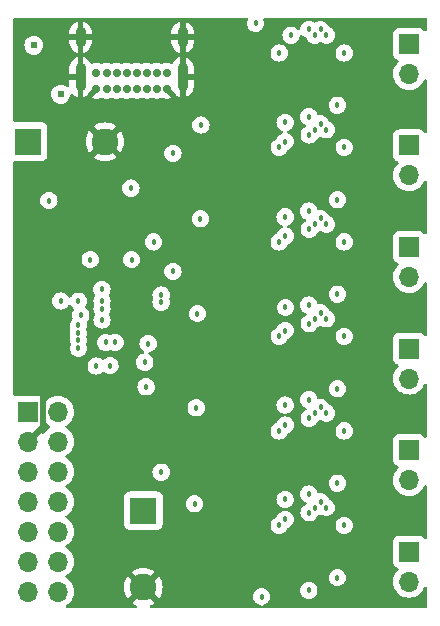
<source format=gbr>
%TF.GenerationSoftware,KiCad,Pcbnew,8.0.6*%
%TF.CreationDate,2024-11-27T12:31:08-05:00*%
%TF.ProjectId,CAN Board,43414e20-426f-4617-9264-2e6b69636164,rev?*%
%TF.SameCoordinates,Original*%
%TF.FileFunction,Copper,L4,Bot*%
%TF.FilePolarity,Positive*%
%FSLAX46Y46*%
G04 Gerber Fmt 4.6, Leading zero omitted, Abs format (unit mm)*
G04 Created by KiCad (PCBNEW 8.0.6) date 2024-11-27 12:31:08*
%MOMM*%
%LPD*%
G01*
G04 APERTURE LIST*
%TA.AperFunction,ComponentPad*%
%ADD10C,0.700000*%
%TD*%
%TA.AperFunction,ComponentPad*%
%ADD11O,0.900000X2.400000*%
%TD*%
%TA.AperFunction,ComponentPad*%
%ADD12O,0.900000X1.700000*%
%TD*%
%TA.AperFunction,ComponentPad*%
%ADD13R,1.700000X1.700000*%
%TD*%
%TA.AperFunction,ComponentPad*%
%ADD14O,1.700000X1.700000*%
%TD*%
%TA.AperFunction,ComponentPad*%
%ADD15R,2.250000X2.250000*%
%TD*%
%TA.AperFunction,ComponentPad*%
%ADD16C,2.250000*%
%TD*%
%TA.AperFunction,ViaPad*%
%ADD17C,0.457200*%
%TD*%
%TA.AperFunction,ViaPad*%
%ADD18C,0.610000*%
%TD*%
%TA.AperFunction,Conductor*%
%ADD19C,0.508000*%
%TD*%
G04 APERTURE END LIST*
D10*
%TO.P,J3,A1,GND*%
%TO.N,GND*%
X39975000Y-18025000D03*
%TO.P,J3,A4,VBUS*%
%TO.N,+5V*%
X39125000Y-18025000D03*
%TO.P,J3,A5,CC1*%
%TO.N,unconnected-(J3-CC1-PadA5)*%
X38275000Y-18025000D03*
%TO.P,J3,A6,D+*%
%TO.N,D+*%
X37425000Y-18025000D03*
%TO.P,J3,A7,D-*%
%TO.N,D-*%
X36575000Y-18025000D03*
%TO.P,J3,A8,SBU1*%
%TO.N,unconnected-(J3-SBU1-PadA8)*%
X35725000Y-18025000D03*
%TO.P,J3,A9,VBUS*%
%TO.N,+5V*%
X34875000Y-18025000D03*
%TO.P,J3,A12,GND*%
%TO.N,GND*%
X34025000Y-18025000D03*
%TO.P,J3,B1,GND*%
X34025000Y-16675000D03*
%TO.P,J3,B4,VBUS*%
%TO.N,+5V*%
X34875000Y-16675000D03*
%TO.P,J3,B5,CC2*%
%TO.N,unconnected-(J3-CC2-PadB5)*%
X35725000Y-16675000D03*
%TO.P,J3,B6,D+*%
%TO.N,D+*%
X36575000Y-16675000D03*
%TO.P,J3,B7,D-*%
%TO.N,D-*%
X37425000Y-16675000D03*
%TO.P,J3,B8,SBU2*%
%TO.N,unconnected-(J3-SBU2-PadB8)*%
X38275000Y-16675000D03*
%TO.P,J3,B9,VBUS*%
%TO.N,+5V*%
X39125000Y-16675000D03*
%TO.P,J3,B12,GND*%
%TO.N,GND*%
X39975000Y-16675000D03*
D11*
%TO.P,J3,S1,SHIELD*%
X41325000Y-17045000D03*
D12*
X41325000Y-13665000D03*
D11*
X32675000Y-17045000D03*
D12*
X32675000Y-13665000D03*
%TD*%
D13*
%TO.P,J1,1,Pin_1*%
%TO.N,+5V*%
X28225000Y-45375000D03*
D14*
%TO.P,J1,2,Pin_2*%
%TO.N,+3V3*%
X30765000Y-45375000D03*
%TO.P,J1,3,Pin_3*%
%TO.N,GND*%
X28225000Y-47915000D03*
%TO.P,J1,4,Pin_4*%
%TO.N,TX0*%
X30765000Y-47915000D03*
%TO.P,J1,5,Pin_5*%
%TO.N,SPI1 TX*%
X28225000Y-50455000D03*
%TO.P,J1,6,Pin_6*%
%TO.N,RX0*%
X30765000Y-50455000D03*
%TO.P,J1,7,Pin_7*%
%TO.N,SPI1 RX*%
X28225000Y-52995000D03*
%TO.P,J1,8,Pin_8*%
%TO.N,ADC 0*%
X30765000Y-52995000D03*
%TO.P,J1,9,Pin_9*%
%TO.N,SPI1 CSn*%
X28225000Y-55535000D03*
%TO.P,J1,10,Pin_10*%
%TO.N,ADC 1*%
X30765000Y-55535000D03*
%TO.P,J1,11,Pin_11*%
%TO.N,SPI1 SCK*%
X28225000Y-58075000D03*
%TO.P,J1,12,Pin_12*%
%TO.N,SWCLK*%
X30765000Y-58075000D03*
%TO.P,J1,13,Pin_13*%
%TO.N,GPIO 15*%
X28225000Y-60615000D03*
%TO.P,J1,14,Pin_14*%
%TO.N,SWD*%
X30765000Y-60615000D03*
%TD*%
D13*
%TO.P,J8,1,Pin_1*%
%TO.N,CAN5H*%
X60500000Y-48625000D03*
D14*
%TO.P,J8,2,Pin_2*%
%TO.N,CAN5L*%
X60500000Y-51165000D03*
%TD*%
D15*
%TO.P,SW2,1,1*%
%TO.N,Net-(R5-Pad2)*%
X28250000Y-22500000D03*
D16*
%TO.P,SW2,2,2*%
%TO.N,GND*%
X34750000Y-22500000D03*
%TD*%
D13*
%TO.P,J7,1,Pin_1*%
%TO.N,CAN4H*%
X60500000Y-40025000D03*
D14*
%TO.P,J7,2,Pin_2*%
%TO.N,CAN4L*%
X60500000Y-42565000D03*
%TD*%
D13*
%TO.P,J6,1,Pin_1*%
%TO.N,CAN3H*%
X60500000Y-31425000D03*
D14*
%TO.P,J6,2,Pin_2*%
%TO.N,CAN3L*%
X60500000Y-33965000D03*
%TD*%
D13*
%TO.P,J9,1,Pin_1*%
%TO.N,CAN6H*%
X60500000Y-57225000D03*
D14*
%TO.P,J9,2,Pin_2*%
%TO.N,CAN6L*%
X60500000Y-59765000D03*
%TD*%
D13*
%TO.P,J5,1,Pin_1*%
%TO.N,CAN2H*%
X60500000Y-22825000D03*
D14*
%TO.P,J5,2,Pin_2*%
%TO.N,CAN2L*%
X60500000Y-25365000D03*
%TD*%
D13*
%TO.P,J4,1,Pin_1*%
%TO.N,CAN1H*%
X60500000Y-14225000D03*
D14*
%TO.P,J4,2,Pin_2*%
%TO.N,CAN1L*%
X60500000Y-16765000D03*
%TD*%
D15*
%TO.P,SW1,1,1*%
%TO.N,RUN*%
X38000000Y-53750000D03*
D16*
%TO.P,SW1,2,2*%
%TO.N,GND*%
X38000000Y-60250000D03*
%TD*%
D17*
%TO.N,GND*%
X56225000Y-41500000D03*
X51000000Y-44347600D03*
X43500000Y-33045200D03*
X40500000Y-27000000D03*
X51000000Y-28424800D03*
X48000000Y-43000000D03*
X43000000Y-49045200D03*
X56225000Y-24000000D03*
X56225000Y-15500000D03*
X56225000Y-50000000D03*
X48500000Y-19000000D03*
X33542800Y-43500000D03*
X43000000Y-41000000D03*
X38554802Y-37054802D03*
X44197600Y-16347600D03*
X48500000Y-27000000D03*
X51000000Y-60500000D03*
X51000000Y-52347600D03*
X43000000Y-57000000D03*
X40500000Y-45000000D03*
X51000000Y-36347600D03*
X48000000Y-59000000D03*
X36000000Y-35500000D03*
X48500000Y-35000000D03*
X40704600Y-47500000D03*
X44210100Y-24500000D03*
X56225000Y-58500000D03*
X48000000Y-51000000D03*
X56225000Y-32500000D03*
X51000000Y-20424800D03*
X28400000Y-32500000D03*
%TO.N,+1V1*%
X38857200Y-31000000D03*
X37000000Y-32500000D03*
X38225000Y-43261282D03*
%TO.N,+3V3*%
X47500000Y-12500000D03*
X42818928Y-29043928D03*
X54425700Y-19425700D03*
X54425700Y-35425700D03*
X40500000Y-23500000D03*
X54425700Y-27425700D03*
X42870254Y-21095254D03*
X31000000Y-36000000D03*
X54425700Y-51425700D03*
X36943750Y-26443750D03*
X42326200Y-53173800D03*
X54425700Y-43425700D03*
D18*
X31000000Y-18500000D03*
D17*
X42475263Y-45043928D03*
X40500000Y-33500000D03*
X54425700Y-59425700D03*
%TO.N,+5V*%
X50000000Y-20882000D03*
D18*
X28725000Y-14342515D03*
D17*
X50000000Y-52804800D03*
X50000000Y-44804800D03*
X50029478Y-36542800D03*
X48000000Y-61033400D03*
X50000000Y-28882000D03*
%TO.N,SWCLK*%
X38114400Y-41185936D03*
%TO.N,SWD*%
X38400000Y-39608000D03*
%TO.N,/QSPI_SS*%
X30000000Y-27500000D03*
X33500000Y-32500000D03*
%TO.N,SPI0 RX*%
X52500000Y-13500000D03*
X52500000Y-53500000D03*
X52500000Y-45500000D03*
X52500000Y-29500000D03*
X32500000Y-36000000D03*
X52500000Y-21500000D03*
X52500000Y-37500000D03*
%TO.N,SPI0 6CS*%
X52033401Y-53926161D03*
X32500025Y-39304213D03*
%TO.N,SPI0 2CS*%
X32700000Y-37200000D03*
X52042799Y-21936625D03*
%TO.N,SPI0 SCK*%
X53500000Y-45500000D03*
X34480996Y-35011004D03*
X53500000Y-37500000D03*
X53500000Y-21500000D03*
X53500000Y-13500000D03*
X53500000Y-29500000D03*
X53500000Y-53500000D03*
%TO.N,SPI0 TX*%
X34492000Y-36000000D03*
X53000000Y-45000000D03*
X53000000Y-53000000D03*
X53000000Y-21000000D03*
X53000000Y-29000000D03*
X53000000Y-37000000D03*
X53000000Y-13000000D03*
%TO.N,SPI0 4CS*%
X52042800Y-37923891D03*
%TO.N,SPI0 1CS*%
X52000000Y-13000000D03*
X34492000Y-36650000D03*
%TO.N,SPI0 5CS*%
X32481512Y-38694891D03*
X52042799Y-45923891D03*
%TO.N,SPI0 3CS*%
X52042799Y-29923891D03*
X34492000Y-37600000D03*
%TO.N,Net-(U4-TXCAN)*%
X55000000Y-15000000D03*
X50500000Y-13500000D03*
%TO.N,Net-(U4-RXCAN)*%
X49500000Y-15000000D03*
X52000000Y-20390397D03*
%TO.N,Net-(U5-TXCAN)*%
X55000000Y-23000000D03*
X50000000Y-22500000D03*
%TO.N,Net-(U5-RXCAN)*%
X49500000Y-23000000D03*
X52000000Y-28390397D03*
%TO.N,Net-(U6-RXCAN)*%
X52000000Y-36347600D03*
X49500000Y-31000000D03*
%TO.N,Net-(U6-TXCAN)*%
X55000000Y-31000000D03*
X50000000Y-30500000D03*
%TO.N,Net-(U7-RXCAN)*%
X52000000Y-44347600D03*
X49500000Y-39000000D03*
%TO.N,ADC 1*%
X39500000Y-35500000D03*
%TO.N,Net-(U7-TXCAN)*%
X55000000Y-39000000D03*
X50000000Y-38500000D03*
%TO.N,SPI1 TX*%
X32500000Y-40000000D03*
%TO.N,Net-(U8-RXCAN)*%
X49500000Y-47000000D03*
X52000000Y-52347600D03*
%TO.N,Net-(U8-TXCAN)*%
X55000000Y-47000000D03*
X50000000Y-46500000D03*
%TO.N,Net-(U9-RXCAN)*%
X52000000Y-60500000D03*
X49500000Y-55000000D03*
%TO.N,Net-(U9-TXCAN)*%
X55000000Y-55000000D03*
X50000000Y-54500000D03*
%TO.N,SPI1 SCK*%
X35172039Y-41472039D03*
%TO.N,SPI1 RX*%
X34000000Y-41500000D03*
%TO.N,SPI1 CSn*%
X34800000Y-39500000D03*
%TO.N,ADC 0*%
X39500000Y-36109603D03*
X39500000Y-50500000D03*
%TO.N,GPIO 15*%
X35599999Y-39500000D03*
%TO.N,SPI0 4CS*%
X32500000Y-38066800D03*
%TO.N,+3V3*%
X42573290Y-37073290D03*
%TD*%
D19*
%TO.N,GND*%
X28225000Y-47915000D02*
X29500000Y-46640000D01*
X29500000Y-46640000D02*
X29500000Y-42500000D01*
%TD*%
%TA.AperFunction,Conductor*%
%TO.N,GND*%
G36*
X46796121Y-12019685D02*
G01*
X46841876Y-12072489D01*
X46851820Y-12141647D01*
X46840802Y-12177802D01*
X46838947Y-12181653D01*
X46784682Y-12336734D01*
X46784681Y-12336738D01*
X46766287Y-12499996D01*
X46766287Y-12500003D01*
X46784681Y-12663261D01*
X46784682Y-12663265D01*
X46838947Y-12818347D01*
X46878257Y-12880908D01*
X46926360Y-12957463D01*
X47042537Y-13073640D01*
X47088633Y-13102604D01*
X47161451Y-13148359D01*
X47181654Y-13161053D01*
X47336733Y-13215317D01*
X47336734Y-13215317D01*
X47336738Y-13215318D01*
X47499996Y-13233713D01*
X47500000Y-13233713D01*
X47500004Y-13233713D01*
X47663261Y-13215318D01*
X47663263Y-13215317D01*
X47663267Y-13215317D01*
X47818346Y-13161053D01*
X47957463Y-13073640D01*
X48073640Y-12957463D01*
X48161053Y-12818346D01*
X48215317Y-12663267D01*
X48215752Y-12659406D01*
X48233713Y-12500003D01*
X48233713Y-12499996D01*
X48215318Y-12336738D01*
X48215317Y-12336734D01*
X48197104Y-12284683D01*
X48161053Y-12181654D01*
X48161050Y-12181650D01*
X48159198Y-12177802D01*
X48147846Y-12108861D01*
X48175568Y-12044726D01*
X48233563Y-12005761D01*
X48270918Y-12000000D01*
X61876000Y-12000000D01*
X61943039Y-12019685D01*
X61988794Y-12072489D01*
X62000000Y-12124000D01*
X62000000Y-13035565D01*
X61980315Y-13102604D01*
X61927511Y-13148359D01*
X61858353Y-13158303D01*
X61794797Y-13129278D01*
X61776734Y-13109876D01*
X61707547Y-13017455D01*
X61707544Y-13017452D01*
X61592335Y-12931206D01*
X61592328Y-12931202D01*
X61457482Y-12880908D01*
X61457483Y-12880908D01*
X61397883Y-12874501D01*
X61397881Y-12874500D01*
X61397873Y-12874500D01*
X61397864Y-12874500D01*
X59602129Y-12874500D01*
X59602123Y-12874501D01*
X59542516Y-12880908D01*
X59407671Y-12931202D01*
X59407664Y-12931206D01*
X59292455Y-13017452D01*
X59292452Y-13017455D01*
X59206206Y-13132664D01*
X59206202Y-13132671D01*
X59155908Y-13267517D01*
X59149501Y-13327116D01*
X59149500Y-13327135D01*
X59149500Y-15122870D01*
X59149501Y-15122876D01*
X59155908Y-15182483D01*
X59206202Y-15317328D01*
X59206206Y-15317335D01*
X59292452Y-15432544D01*
X59292455Y-15432547D01*
X59407664Y-15518793D01*
X59407671Y-15518797D01*
X59539081Y-15567810D01*
X59595015Y-15609681D01*
X59619432Y-15675145D01*
X59604580Y-15743418D01*
X59583430Y-15771673D01*
X59461503Y-15893600D01*
X59325965Y-16087169D01*
X59325964Y-16087171D01*
X59226098Y-16301335D01*
X59226094Y-16301344D01*
X59164938Y-16529586D01*
X59164936Y-16529596D01*
X59144341Y-16764999D01*
X59144341Y-16765000D01*
X59164936Y-17000403D01*
X59164938Y-17000413D01*
X59226094Y-17228655D01*
X59226096Y-17228659D01*
X59226097Y-17228663D01*
X59282678Y-17350000D01*
X59325965Y-17442830D01*
X59325967Y-17442834D01*
X59381635Y-17522335D01*
X59461505Y-17636401D01*
X59628599Y-17803495D01*
X59701897Y-17854819D01*
X59822165Y-17939032D01*
X59822167Y-17939033D01*
X59822170Y-17939035D01*
X60036337Y-18038903D01*
X60264592Y-18100063D01*
X60452918Y-18116539D01*
X60499999Y-18120659D01*
X60500000Y-18120659D01*
X60500001Y-18120659D01*
X60539234Y-18117226D01*
X60735408Y-18100063D01*
X60963663Y-18038903D01*
X61177830Y-17939035D01*
X61371401Y-17803495D01*
X61538495Y-17636401D01*
X61674035Y-17442830D01*
X61763619Y-17250716D01*
X61809790Y-17198279D01*
X61876984Y-17179127D01*
X61943865Y-17199343D01*
X61989199Y-17252508D01*
X62000000Y-17303123D01*
X62000000Y-21635565D01*
X61980315Y-21702604D01*
X61927511Y-21748359D01*
X61858353Y-21758303D01*
X61794797Y-21729278D01*
X61776734Y-21709876D01*
X61707547Y-21617455D01*
X61707544Y-21617452D01*
X61592335Y-21531206D01*
X61592328Y-21531202D01*
X61457482Y-21480908D01*
X61457483Y-21480908D01*
X61397883Y-21474501D01*
X61397881Y-21474500D01*
X61397873Y-21474500D01*
X61397864Y-21474500D01*
X59602129Y-21474500D01*
X59602123Y-21474501D01*
X59542516Y-21480908D01*
X59407671Y-21531202D01*
X59407664Y-21531206D01*
X59292455Y-21617452D01*
X59292452Y-21617455D01*
X59206206Y-21732664D01*
X59206202Y-21732671D01*
X59155908Y-21867517D01*
X59149501Y-21927116D01*
X59149500Y-21927135D01*
X59149500Y-23722870D01*
X59149501Y-23722876D01*
X59155908Y-23782483D01*
X59206202Y-23917328D01*
X59206206Y-23917335D01*
X59292452Y-24032544D01*
X59292455Y-24032547D01*
X59407664Y-24118793D01*
X59407671Y-24118797D01*
X59539081Y-24167810D01*
X59595015Y-24209681D01*
X59619432Y-24275145D01*
X59604580Y-24343418D01*
X59583430Y-24371673D01*
X59461503Y-24493600D01*
X59325965Y-24687169D01*
X59325964Y-24687171D01*
X59226098Y-24901335D01*
X59226094Y-24901344D01*
X59164938Y-25129586D01*
X59164936Y-25129596D01*
X59144341Y-25364999D01*
X59144341Y-25365000D01*
X59164936Y-25600403D01*
X59164938Y-25600413D01*
X59226094Y-25828655D01*
X59226096Y-25828659D01*
X59226097Y-25828663D01*
X59325965Y-26042830D01*
X59325967Y-26042834D01*
X59383784Y-26125404D01*
X59461505Y-26236401D01*
X59628599Y-26403495D01*
X59725384Y-26471265D01*
X59822165Y-26539032D01*
X59822167Y-26539033D01*
X59822170Y-26539035D01*
X60036337Y-26638903D01*
X60264592Y-26700063D01*
X60452918Y-26716539D01*
X60499999Y-26720659D01*
X60500000Y-26720659D01*
X60500001Y-26720659D01*
X60539234Y-26717226D01*
X60735408Y-26700063D01*
X60963663Y-26638903D01*
X61177830Y-26539035D01*
X61371401Y-26403495D01*
X61538495Y-26236401D01*
X61674035Y-26042830D01*
X61763619Y-25850716D01*
X61809790Y-25798279D01*
X61876984Y-25779127D01*
X61943865Y-25799343D01*
X61989199Y-25852508D01*
X62000000Y-25903123D01*
X62000000Y-30235565D01*
X61980315Y-30302604D01*
X61927511Y-30348359D01*
X61858353Y-30358303D01*
X61794797Y-30329278D01*
X61776734Y-30309876D01*
X61707547Y-30217455D01*
X61707544Y-30217452D01*
X61592335Y-30131206D01*
X61592328Y-30131202D01*
X61457482Y-30080908D01*
X61457483Y-30080908D01*
X61397883Y-30074501D01*
X61397881Y-30074500D01*
X61397873Y-30074500D01*
X61397864Y-30074500D01*
X59602129Y-30074500D01*
X59602123Y-30074501D01*
X59542516Y-30080908D01*
X59407671Y-30131202D01*
X59407664Y-30131206D01*
X59292455Y-30217452D01*
X59292452Y-30217455D01*
X59206206Y-30332664D01*
X59206202Y-30332671D01*
X59155908Y-30467517D01*
X59149501Y-30527116D01*
X59149500Y-30527135D01*
X59149500Y-32322870D01*
X59149501Y-32322876D01*
X59155908Y-32382483D01*
X59206202Y-32517328D01*
X59206206Y-32517335D01*
X59292452Y-32632544D01*
X59292455Y-32632547D01*
X59407664Y-32718793D01*
X59407671Y-32718797D01*
X59539081Y-32767810D01*
X59595015Y-32809681D01*
X59619432Y-32875145D01*
X59604580Y-32943418D01*
X59583430Y-32971673D01*
X59461503Y-33093600D01*
X59325965Y-33287169D01*
X59325964Y-33287171D01*
X59302851Y-33336738D01*
X59226721Y-33500000D01*
X59226098Y-33501335D01*
X59226094Y-33501344D01*
X59164938Y-33729586D01*
X59164936Y-33729596D01*
X59144341Y-33964999D01*
X59144341Y-33965000D01*
X59164936Y-34200403D01*
X59164938Y-34200413D01*
X59226094Y-34428655D01*
X59226096Y-34428659D01*
X59226097Y-34428663D01*
X59284328Y-34553540D01*
X59325965Y-34642830D01*
X59325967Y-34642834D01*
X59425290Y-34784681D01*
X59461505Y-34836401D01*
X59628599Y-35003495D01*
X59684357Y-35042537D01*
X59822165Y-35139032D01*
X59822167Y-35139033D01*
X59822170Y-35139035D01*
X60036337Y-35238903D01*
X60264592Y-35300063D01*
X60452918Y-35316539D01*
X60499999Y-35320659D01*
X60500000Y-35320659D01*
X60500001Y-35320659D01*
X60539234Y-35317226D01*
X60735408Y-35300063D01*
X60963663Y-35238903D01*
X61177830Y-35139035D01*
X61371401Y-35003495D01*
X61538495Y-34836401D01*
X61674035Y-34642830D01*
X61763619Y-34450716D01*
X61809790Y-34398279D01*
X61876984Y-34379127D01*
X61943865Y-34399343D01*
X61989199Y-34452508D01*
X62000000Y-34503123D01*
X62000000Y-38835565D01*
X61980315Y-38902604D01*
X61927511Y-38948359D01*
X61858353Y-38958303D01*
X61794797Y-38929278D01*
X61776734Y-38909876D01*
X61707547Y-38817455D01*
X61707544Y-38817452D01*
X61592335Y-38731206D01*
X61592328Y-38731202D01*
X61457482Y-38680908D01*
X61457483Y-38680908D01*
X61397883Y-38674501D01*
X61397881Y-38674500D01*
X61397873Y-38674500D01*
X61397864Y-38674500D01*
X59602129Y-38674500D01*
X59602123Y-38674501D01*
X59542516Y-38680908D01*
X59407671Y-38731202D01*
X59407664Y-38731206D01*
X59292455Y-38817452D01*
X59292452Y-38817455D01*
X59206206Y-38932664D01*
X59206202Y-38932671D01*
X59155908Y-39067517D01*
X59149501Y-39127116D01*
X59149500Y-39127135D01*
X59149500Y-40922870D01*
X59149501Y-40922876D01*
X59155908Y-40982483D01*
X59206202Y-41117328D01*
X59206206Y-41117335D01*
X59292452Y-41232544D01*
X59292455Y-41232547D01*
X59407664Y-41318793D01*
X59407671Y-41318797D01*
X59539081Y-41367810D01*
X59595015Y-41409681D01*
X59619432Y-41475145D01*
X59604580Y-41543418D01*
X59583430Y-41571673D01*
X59461503Y-41693600D01*
X59325965Y-41887169D01*
X59325964Y-41887171D01*
X59226098Y-42101335D01*
X59226094Y-42101344D01*
X59164938Y-42329586D01*
X59164936Y-42329596D01*
X59144341Y-42564999D01*
X59144341Y-42565000D01*
X59164936Y-42800403D01*
X59164938Y-42800413D01*
X59226094Y-43028655D01*
X59226096Y-43028659D01*
X59226097Y-43028663D01*
X59325965Y-43242830D01*
X59325967Y-43242834D01*
X59434281Y-43397521D01*
X59461505Y-43436401D01*
X59628599Y-43603495D01*
X59725384Y-43671265D01*
X59822165Y-43739032D01*
X59822167Y-43739033D01*
X59822170Y-43739035D01*
X60036337Y-43838903D01*
X60264592Y-43900063D01*
X60452918Y-43916539D01*
X60499999Y-43920659D01*
X60500000Y-43920659D01*
X60500001Y-43920659D01*
X60539234Y-43917226D01*
X60735408Y-43900063D01*
X60963663Y-43838903D01*
X61177830Y-43739035D01*
X61371401Y-43603495D01*
X61538495Y-43436401D01*
X61674035Y-43242830D01*
X61763619Y-43050716D01*
X61809790Y-42998279D01*
X61876984Y-42979127D01*
X61943865Y-42999343D01*
X61989199Y-43052508D01*
X62000000Y-43103123D01*
X62000000Y-47435565D01*
X61980315Y-47502604D01*
X61927511Y-47548359D01*
X61858353Y-47558303D01*
X61794797Y-47529278D01*
X61776734Y-47509876D01*
X61707547Y-47417455D01*
X61707544Y-47417452D01*
X61592335Y-47331206D01*
X61592328Y-47331202D01*
X61457482Y-47280908D01*
X61457483Y-47280908D01*
X61397883Y-47274501D01*
X61397881Y-47274500D01*
X61397873Y-47274500D01*
X61397864Y-47274500D01*
X59602129Y-47274500D01*
X59602123Y-47274501D01*
X59542516Y-47280908D01*
X59407671Y-47331202D01*
X59407664Y-47331206D01*
X59292455Y-47417452D01*
X59292452Y-47417455D01*
X59206206Y-47532664D01*
X59206202Y-47532671D01*
X59155908Y-47667517D01*
X59149501Y-47727116D01*
X59149500Y-47727135D01*
X59149500Y-49522870D01*
X59149501Y-49522876D01*
X59155908Y-49582483D01*
X59206202Y-49717328D01*
X59206206Y-49717335D01*
X59292452Y-49832544D01*
X59292455Y-49832547D01*
X59407664Y-49918793D01*
X59407671Y-49918797D01*
X59539081Y-49967810D01*
X59595015Y-50009681D01*
X59619432Y-50075145D01*
X59604580Y-50143418D01*
X59583430Y-50171673D01*
X59461503Y-50293600D01*
X59325965Y-50487169D01*
X59325964Y-50487171D01*
X59226098Y-50701335D01*
X59226094Y-50701344D01*
X59164938Y-50929586D01*
X59164936Y-50929596D01*
X59144341Y-51164999D01*
X59144341Y-51165000D01*
X59164936Y-51400403D01*
X59164938Y-51400413D01*
X59226094Y-51628655D01*
X59226096Y-51628659D01*
X59226097Y-51628663D01*
X59315769Y-51820965D01*
X59325965Y-51842830D01*
X59325967Y-51842834D01*
X59405558Y-51956501D01*
X59461505Y-52036401D01*
X59628599Y-52203495D01*
X59668109Y-52231160D01*
X59822165Y-52339032D01*
X59822167Y-52339033D01*
X59822170Y-52339035D01*
X60036337Y-52438903D01*
X60036343Y-52438904D01*
X60036344Y-52438905D01*
X60091285Y-52453626D01*
X60264592Y-52500063D01*
X60452918Y-52516539D01*
X60499999Y-52520659D01*
X60500000Y-52520659D01*
X60500001Y-52520659D01*
X60539234Y-52517226D01*
X60735408Y-52500063D01*
X60963663Y-52438903D01*
X61177830Y-52339035D01*
X61371401Y-52203495D01*
X61538495Y-52036401D01*
X61674035Y-51842830D01*
X61763619Y-51650716D01*
X61809790Y-51598279D01*
X61876984Y-51579127D01*
X61943865Y-51599343D01*
X61989199Y-51652508D01*
X62000000Y-51703123D01*
X62000000Y-56035565D01*
X61980315Y-56102604D01*
X61927511Y-56148359D01*
X61858353Y-56158303D01*
X61794797Y-56129278D01*
X61776734Y-56109876D01*
X61707547Y-56017455D01*
X61707544Y-56017452D01*
X61592335Y-55931206D01*
X61592328Y-55931202D01*
X61457482Y-55880908D01*
X61457483Y-55880908D01*
X61397883Y-55874501D01*
X61397881Y-55874500D01*
X61397873Y-55874500D01*
X61397864Y-55874500D01*
X59602129Y-55874500D01*
X59602123Y-55874501D01*
X59542516Y-55880908D01*
X59407671Y-55931202D01*
X59407664Y-55931206D01*
X59292455Y-56017452D01*
X59292452Y-56017455D01*
X59206206Y-56132664D01*
X59206202Y-56132671D01*
X59155908Y-56267517D01*
X59149501Y-56327116D01*
X59149500Y-56327135D01*
X59149500Y-58122870D01*
X59149501Y-58122876D01*
X59155908Y-58182483D01*
X59206202Y-58317328D01*
X59206206Y-58317335D01*
X59292452Y-58432544D01*
X59292455Y-58432547D01*
X59407664Y-58518793D01*
X59407671Y-58518797D01*
X59539081Y-58567810D01*
X59595015Y-58609681D01*
X59619432Y-58675145D01*
X59604580Y-58743418D01*
X59583430Y-58771673D01*
X59461503Y-58893600D01*
X59325965Y-59087169D01*
X59325964Y-59087171D01*
X59226098Y-59301335D01*
X59226094Y-59301344D01*
X59164938Y-59529586D01*
X59164936Y-59529596D01*
X59144341Y-59764999D01*
X59144341Y-59765000D01*
X59164936Y-60000403D01*
X59164938Y-60000413D01*
X59226094Y-60228655D01*
X59226096Y-60228659D01*
X59226097Y-60228663D01*
X59324458Y-60439598D01*
X59325965Y-60442830D01*
X59325967Y-60442834D01*
X59369489Y-60504989D01*
X59461505Y-60636401D01*
X59628599Y-60803495D01*
X59649810Y-60818347D01*
X59822165Y-60939032D01*
X59822167Y-60939033D01*
X59822170Y-60939035D01*
X60036337Y-61038903D01*
X60264592Y-61100063D01*
X60452918Y-61116539D01*
X60499999Y-61120659D01*
X60500000Y-61120659D01*
X60500001Y-61120659D01*
X60539234Y-61117226D01*
X60735408Y-61100063D01*
X60963663Y-61038903D01*
X61177830Y-60939035D01*
X61371401Y-60803495D01*
X61538495Y-60636401D01*
X61674035Y-60442830D01*
X61763619Y-60250716D01*
X61809790Y-60198279D01*
X61876984Y-60179127D01*
X61943865Y-60199343D01*
X61989199Y-60252508D01*
X62000000Y-60303123D01*
X62000000Y-61876000D01*
X61980315Y-61943039D01*
X61927511Y-61988794D01*
X61876000Y-62000000D01*
X48141097Y-62000000D01*
X48074058Y-61980315D01*
X48028303Y-61927511D01*
X48018359Y-61858353D01*
X48047384Y-61794797D01*
X48106162Y-61757023D01*
X48127213Y-61752780D01*
X48163262Y-61748718D01*
X48163263Y-61748717D01*
X48163267Y-61748717D01*
X48318346Y-61694453D01*
X48457463Y-61607040D01*
X48573640Y-61490863D01*
X48661053Y-61351746D01*
X48715317Y-61196667D01*
X48733093Y-61038903D01*
X48733713Y-61033403D01*
X48733713Y-61033396D01*
X48715318Y-60870138D01*
X48715317Y-60870134D01*
X48708416Y-60850413D01*
X48661053Y-60715054D01*
X48573640Y-60575937D01*
X48497699Y-60499996D01*
X51266287Y-60499996D01*
X51266287Y-60500003D01*
X51284681Y-60663261D01*
X51284682Y-60663265D01*
X51338947Y-60818347D01*
X51414779Y-60939032D01*
X51426360Y-60957463D01*
X51542537Y-61073640D01*
X51681654Y-61161053D01*
X51836733Y-61215317D01*
X51836734Y-61215317D01*
X51836738Y-61215318D01*
X51999996Y-61233713D01*
X52000000Y-61233713D01*
X52000004Y-61233713D01*
X52163261Y-61215318D01*
X52163263Y-61215317D01*
X52163267Y-61215317D01*
X52318346Y-61161053D01*
X52457463Y-61073640D01*
X52573640Y-60957463D01*
X52661053Y-60818346D01*
X52715317Y-60663267D01*
X52718345Y-60636395D01*
X52733713Y-60500003D01*
X52733713Y-60499996D01*
X52715318Y-60336738D01*
X52715317Y-60336734D01*
X52708790Y-60318082D01*
X52661053Y-60181654D01*
X52573640Y-60042537D01*
X52457463Y-59926360D01*
X52409855Y-59896446D01*
X52318347Y-59838947D01*
X52163265Y-59784682D01*
X52163261Y-59784681D01*
X52000004Y-59766287D01*
X51999996Y-59766287D01*
X51836738Y-59784681D01*
X51836734Y-59784682D01*
X51681652Y-59838947D01*
X51542536Y-59926360D01*
X51426360Y-60042536D01*
X51338947Y-60181652D01*
X51284682Y-60336734D01*
X51284681Y-60336738D01*
X51266287Y-60499996D01*
X48497699Y-60499996D01*
X48457463Y-60459760D01*
X48318347Y-60372347D01*
X48163265Y-60318082D01*
X48163261Y-60318081D01*
X48000004Y-60299687D01*
X47999996Y-60299687D01*
X47836738Y-60318081D01*
X47836734Y-60318082D01*
X47681652Y-60372347D01*
X47542536Y-60459760D01*
X47426360Y-60575936D01*
X47338947Y-60715052D01*
X47284682Y-60870134D01*
X47284681Y-60870138D01*
X47266287Y-61033396D01*
X47266287Y-61033403D01*
X47284681Y-61196661D01*
X47284682Y-61196665D01*
X47338947Y-61351747D01*
X47417348Y-61476520D01*
X47426360Y-61490863D01*
X47542537Y-61607040D01*
X47681654Y-61694453D01*
X47836733Y-61748717D01*
X47836734Y-61748717D01*
X47836737Y-61748718D01*
X47872787Y-61752780D01*
X47937201Y-61779847D01*
X47976756Y-61837441D01*
X47978893Y-61907278D01*
X47942935Y-61967185D01*
X47880297Y-61998140D01*
X47858903Y-62000000D01*
X38644846Y-62000000D01*
X38577807Y-61980315D01*
X38532052Y-61927511D01*
X38522108Y-61858353D01*
X38551133Y-61794797D01*
X38597394Y-61761439D01*
X38740012Y-61702365D01*
X38740015Y-61702363D01*
X38958095Y-61568724D01*
X38958110Y-61568713D01*
X38961911Y-61565466D01*
X38961911Y-61565464D01*
X38247489Y-60851041D01*
X38307890Y-60826022D01*
X38414351Y-60754888D01*
X38504888Y-60664351D01*
X38576022Y-60557890D01*
X38601041Y-60497489D01*
X39315464Y-61211911D01*
X39315466Y-61211911D01*
X39318713Y-61208110D01*
X39318724Y-61208095D01*
X39452363Y-60990015D01*
X39452365Y-60990012D01*
X39550247Y-60753702D01*
X39609957Y-60504989D01*
X39630024Y-60250000D01*
X39609957Y-59995010D01*
X39550247Y-59746297D01*
X39452365Y-59509987D01*
X39452363Y-59509984D01*
X39400711Y-59425696D01*
X53691987Y-59425696D01*
X53691987Y-59425703D01*
X53710381Y-59588961D01*
X53710382Y-59588965D01*
X53764647Y-59744047D01*
X53822205Y-59835649D01*
X53852060Y-59883163D01*
X53968237Y-59999340D01*
X54107354Y-60086753D01*
X54262433Y-60141017D01*
X54262434Y-60141017D01*
X54262438Y-60141018D01*
X54425696Y-60159413D01*
X54425700Y-60159413D01*
X54425704Y-60159413D01*
X54588961Y-60141018D01*
X54588963Y-60141017D01*
X54588967Y-60141017D01*
X54744046Y-60086753D01*
X54883163Y-59999340D01*
X54999340Y-59883163D01*
X55086753Y-59744046D01*
X55141017Y-59588967D01*
X55149916Y-59509987D01*
X55159413Y-59425703D01*
X55159413Y-59425696D01*
X55141018Y-59262438D01*
X55141017Y-59262434D01*
X55086752Y-59107352D01*
X55014409Y-58992219D01*
X54999340Y-58968237D01*
X54883163Y-58852060D01*
X54796545Y-58797634D01*
X54744047Y-58764647D01*
X54588965Y-58710382D01*
X54588961Y-58710381D01*
X54425704Y-58691987D01*
X54425696Y-58691987D01*
X54262438Y-58710381D01*
X54262434Y-58710382D01*
X54107352Y-58764647D01*
X53968236Y-58852060D01*
X53852060Y-58968236D01*
X53764647Y-59107352D01*
X53710382Y-59262434D01*
X53710381Y-59262438D01*
X53691987Y-59425696D01*
X39400711Y-59425696D01*
X39318719Y-59291897D01*
X39315465Y-59288087D01*
X38601041Y-60002510D01*
X38576022Y-59942110D01*
X38504888Y-59835649D01*
X38414351Y-59745112D01*
X38307890Y-59673978D01*
X38247488Y-59648958D01*
X38961912Y-58934533D01*
X38958107Y-58931284D01*
X38958098Y-58931277D01*
X38740015Y-58797636D01*
X38740012Y-58797634D01*
X38503702Y-58699752D01*
X38254988Y-58640042D01*
X38254989Y-58640042D01*
X38000000Y-58619975D01*
X37745010Y-58640042D01*
X37496297Y-58699752D01*
X37259987Y-58797634D01*
X37259984Y-58797636D01*
X37041893Y-58931282D01*
X37038086Y-58934532D01*
X37752512Y-59648958D01*
X37692110Y-59673978D01*
X37585649Y-59745112D01*
X37495112Y-59835649D01*
X37423978Y-59942110D01*
X37398958Y-60002512D01*
X36684532Y-59288086D01*
X36681282Y-59291893D01*
X36547636Y-59509984D01*
X36547634Y-59509987D01*
X36449752Y-59746297D01*
X36390042Y-59995010D01*
X36369975Y-60250000D01*
X36390042Y-60504989D01*
X36449752Y-60753702D01*
X36547634Y-60990012D01*
X36547636Y-60990015D01*
X36681277Y-61208098D01*
X36681284Y-61208107D01*
X36684533Y-61211912D01*
X37398958Y-60497487D01*
X37423978Y-60557890D01*
X37495112Y-60664351D01*
X37585649Y-60754888D01*
X37692110Y-60826022D01*
X37752511Y-60851041D01*
X37038087Y-61565465D01*
X37041897Y-61568719D01*
X37259984Y-61702363D01*
X37259987Y-61702365D01*
X37402606Y-61761439D01*
X37457010Y-61805280D01*
X37479075Y-61871574D01*
X37461796Y-61939273D01*
X37410659Y-61986884D01*
X37355154Y-62000000D01*
X31534819Y-62000000D01*
X31467780Y-61980315D01*
X31422025Y-61927511D01*
X31412081Y-61858353D01*
X31441106Y-61794797D01*
X31463695Y-61774425D01*
X31636401Y-61653495D01*
X31803495Y-61486401D01*
X31939035Y-61292830D01*
X32038903Y-61078663D01*
X32100063Y-60850408D01*
X32120659Y-60615000D01*
X32119657Y-60603553D01*
X32110598Y-60500003D01*
X32100063Y-60379592D01*
X32038903Y-60151337D01*
X31939035Y-59937171D01*
X31933425Y-59929158D01*
X31803494Y-59743597D01*
X31636402Y-59576506D01*
X31636396Y-59576501D01*
X31450842Y-59446575D01*
X31407217Y-59391998D01*
X31400023Y-59322500D01*
X31431546Y-59260145D01*
X31450842Y-59243425D01*
X31474476Y-59226876D01*
X31636401Y-59113495D01*
X31803495Y-58946401D01*
X31939035Y-58752830D01*
X32038903Y-58538663D01*
X32100063Y-58310408D01*
X32120659Y-58075000D01*
X32100063Y-57839592D01*
X32038903Y-57611337D01*
X31939035Y-57397171D01*
X31933425Y-57389158D01*
X31803494Y-57203597D01*
X31636402Y-57036506D01*
X31636396Y-57036501D01*
X31450842Y-56906575D01*
X31407217Y-56851998D01*
X31400023Y-56782500D01*
X31431546Y-56720145D01*
X31450842Y-56703425D01*
X31473026Y-56687891D01*
X31636401Y-56573495D01*
X31803495Y-56406401D01*
X31939035Y-56212830D01*
X32038903Y-55998663D01*
X32100063Y-55770408D01*
X32120659Y-55535000D01*
X32100063Y-55299592D01*
X32038903Y-55071337D01*
X31939035Y-54857171D01*
X31933425Y-54849158D01*
X31803494Y-54663597D01*
X31636402Y-54496506D01*
X31636396Y-54496501D01*
X31450842Y-54366575D01*
X31407217Y-54311998D01*
X31400023Y-54242500D01*
X31431546Y-54180145D01*
X31450842Y-54163425D01*
X31556529Y-54089422D01*
X31636401Y-54033495D01*
X31803495Y-53866401D01*
X31939035Y-53672830D01*
X32038903Y-53458663D01*
X32100063Y-53230408D01*
X32120659Y-52995000D01*
X32100063Y-52759592D01*
X32051174Y-52577135D01*
X36374500Y-52577135D01*
X36374500Y-54922870D01*
X36374501Y-54922876D01*
X36380908Y-54982483D01*
X36431202Y-55117328D01*
X36431206Y-55117335D01*
X36517452Y-55232544D01*
X36517455Y-55232547D01*
X36632664Y-55318793D01*
X36632671Y-55318797D01*
X36767517Y-55369091D01*
X36767516Y-55369091D01*
X36774444Y-55369835D01*
X36827127Y-55375500D01*
X39172872Y-55375499D01*
X39232483Y-55369091D01*
X39367331Y-55318796D01*
X39482546Y-55232546D01*
X39568796Y-55117331D01*
X39612559Y-54999996D01*
X48766287Y-54999996D01*
X48766287Y-55000003D01*
X48784681Y-55163261D01*
X48784682Y-55163265D01*
X48838947Y-55318347D01*
X48874859Y-55375500D01*
X48926360Y-55457463D01*
X49042537Y-55573640D01*
X49181654Y-55661053D01*
X49336733Y-55715317D01*
X49336734Y-55715317D01*
X49336738Y-55715318D01*
X49499996Y-55733713D01*
X49500000Y-55733713D01*
X49500004Y-55733713D01*
X49663261Y-55715318D01*
X49663263Y-55715317D01*
X49663267Y-55715317D01*
X49818346Y-55661053D01*
X49957463Y-55573640D01*
X50073640Y-55457463D01*
X50161053Y-55318346D01*
X50182102Y-55258189D01*
X50222823Y-55201414D01*
X50258188Y-55182102D01*
X50318346Y-55161053D01*
X50457463Y-55073640D01*
X50531107Y-54999996D01*
X54266287Y-54999996D01*
X54266287Y-55000003D01*
X54284681Y-55163261D01*
X54284682Y-55163265D01*
X54338947Y-55318347D01*
X54374859Y-55375500D01*
X54426360Y-55457463D01*
X54542537Y-55573640D01*
X54681654Y-55661053D01*
X54836733Y-55715317D01*
X54836734Y-55715317D01*
X54836738Y-55715318D01*
X54999996Y-55733713D01*
X55000000Y-55733713D01*
X55000004Y-55733713D01*
X55163261Y-55715318D01*
X55163263Y-55715317D01*
X55163267Y-55715317D01*
X55318346Y-55661053D01*
X55457463Y-55573640D01*
X55573640Y-55457463D01*
X55661053Y-55318346D01*
X55715317Y-55163267D01*
X55715318Y-55163261D01*
X55733713Y-55000003D01*
X55733713Y-54999996D01*
X55715318Y-54836738D01*
X55715317Y-54836734D01*
X55708883Y-54818347D01*
X55661053Y-54681654D01*
X55649498Y-54663265D01*
X55573639Y-54542536D01*
X55457463Y-54426360D01*
X55318347Y-54338947D01*
X55163265Y-54284682D01*
X55163261Y-54284681D01*
X55000004Y-54266287D01*
X54999996Y-54266287D01*
X54836738Y-54284681D01*
X54836734Y-54284682D01*
X54681652Y-54338947D01*
X54542536Y-54426360D01*
X54426360Y-54542536D01*
X54338947Y-54681652D01*
X54284682Y-54836734D01*
X54284681Y-54836738D01*
X54266287Y-54999996D01*
X50531107Y-54999996D01*
X50573640Y-54957463D01*
X50661053Y-54818346D01*
X50715317Y-54663267D01*
X50715318Y-54663261D01*
X50733713Y-54500003D01*
X50733713Y-54499996D01*
X50715318Y-54336738D01*
X50715317Y-54336734D01*
X50708725Y-54317896D01*
X50661053Y-54181654D01*
X50573640Y-54042537D01*
X50457463Y-53926360D01*
X50427468Y-53907513D01*
X50318347Y-53838947D01*
X50163265Y-53784682D01*
X50163261Y-53784681D01*
X50082837Y-53775620D01*
X50018423Y-53748554D01*
X50000229Y-53722063D01*
X49987311Y-53743585D01*
X49924673Y-53774540D01*
X49917163Y-53775620D01*
X49836737Y-53784681D01*
X49836734Y-53784682D01*
X49681652Y-53838947D01*
X49542536Y-53926360D01*
X49426360Y-54042536D01*
X49338948Y-54181651D01*
X49317896Y-54241812D01*
X49277173Y-54298587D01*
X49241812Y-54317896D01*
X49181651Y-54338948D01*
X49042536Y-54426360D01*
X48926360Y-54542536D01*
X48838947Y-54681652D01*
X48784682Y-54836734D01*
X48784681Y-54836738D01*
X48766287Y-54999996D01*
X39612559Y-54999996D01*
X39619091Y-54982483D01*
X39625500Y-54922873D01*
X39625499Y-53173796D01*
X41592487Y-53173796D01*
X41592487Y-53173803D01*
X41610881Y-53337061D01*
X41610882Y-53337065D01*
X41665147Y-53492147D01*
X41694281Y-53538513D01*
X41752560Y-53631263D01*
X41868737Y-53747440D01*
X42007854Y-53834853D01*
X42162933Y-53889117D01*
X42162934Y-53889117D01*
X42162938Y-53889118D01*
X42326196Y-53907513D01*
X42326200Y-53907513D01*
X42326204Y-53907513D01*
X42489461Y-53889118D01*
X42489463Y-53889117D01*
X42489467Y-53889117D01*
X42644546Y-53834853D01*
X42783663Y-53747440D01*
X42899840Y-53631263D01*
X42987253Y-53492146D01*
X43041517Y-53337067D01*
X43049625Y-53265108D01*
X43059913Y-53173803D01*
X43059913Y-53173796D01*
X43041518Y-53010538D01*
X43041517Y-53010534D01*
X43040858Y-53008652D01*
X42987253Y-52855454D01*
X42976880Y-52838946D01*
X42955422Y-52804796D01*
X49266287Y-52804796D01*
X49266287Y-52804803D01*
X49284681Y-52968061D01*
X49284682Y-52968065D01*
X49338947Y-53123147D01*
X49375710Y-53181654D01*
X49426360Y-53262263D01*
X49542537Y-53378440D01*
X49624821Y-53430143D01*
X49670212Y-53458664D01*
X49681654Y-53465853D01*
X49836733Y-53520117D01*
X49836734Y-53520117D01*
X49836737Y-53520118D01*
X49917163Y-53529180D01*
X49981577Y-53556247D01*
X49999769Y-53582736D01*
X50012688Y-53561215D01*
X50075326Y-53530260D01*
X50082837Y-53529180D01*
X50163261Y-53520118D01*
X50163263Y-53520117D01*
X50163267Y-53520117D01*
X50318346Y-53465853D01*
X50457463Y-53378440D01*
X50573640Y-53262263D01*
X50661053Y-53123146D01*
X50715317Y-52968067D01*
X50715318Y-52968061D01*
X50733713Y-52804803D01*
X50733713Y-52804796D01*
X50715318Y-52641538D01*
X50715317Y-52641534D01*
X50692780Y-52577127D01*
X50661053Y-52486454D01*
X50643476Y-52458481D01*
X50595842Y-52382671D01*
X50573803Y-52347596D01*
X51266287Y-52347596D01*
X51266287Y-52347603D01*
X51284681Y-52510861D01*
X51284682Y-52510865D01*
X51338947Y-52665947D01*
X51397791Y-52759596D01*
X51426360Y-52805063D01*
X51542537Y-52921240D01*
X51681654Y-53008653D01*
X51730321Y-53025682D01*
X51787097Y-53066404D01*
X51812845Y-53131356D01*
X51799389Y-53199918D01*
X51751002Y-53250321D01*
X51730326Y-53259764D01*
X51715054Y-53265108D01*
X51715052Y-53265109D01*
X51575937Y-53352521D01*
X51459761Y-53468697D01*
X51372348Y-53607813D01*
X51318083Y-53762895D01*
X51318082Y-53762899D01*
X51299688Y-53926157D01*
X51299688Y-53926164D01*
X51318082Y-54089422D01*
X51318083Y-54089426D01*
X51372348Y-54244508D01*
X51445523Y-54360965D01*
X51459761Y-54383624D01*
X51575938Y-54499801D01*
X51715055Y-54587214D01*
X51870134Y-54641478D01*
X51870135Y-54641478D01*
X51870139Y-54641479D01*
X52033397Y-54659874D01*
X52033401Y-54659874D01*
X52033405Y-54659874D01*
X52196662Y-54641479D01*
X52196664Y-54641478D01*
X52196668Y-54641478D01*
X52351747Y-54587214D01*
X52490864Y-54499801D01*
X52607041Y-54383624D01*
X52694454Y-54244507D01*
X52694458Y-54244495D01*
X52695395Y-54242552D01*
X52696339Y-54241506D01*
X52698159Y-54238610D01*
X52698666Y-54238928D01*
X52742218Y-54190693D01*
X52766161Y-54179313D01*
X52818346Y-54161053D01*
X52934028Y-54088364D01*
X53001264Y-54069365D01*
X53065971Y-54088364D01*
X53181654Y-54161053D01*
X53336733Y-54215317D01*
X53336734Y-54215317D01*
X53336738Y-54215318D01*
X53499996Y-54233713D01*
X53500000Y-54233713D01*
X53500004Y-54233713D01*
X53663261Y-54215318D01*
X53663263Y-54215317D01*
X53663267Y-54215317D01*
X53818346Y-54161053D01*
X53957463Y-54073640D01*
X54073640Y-53957463D01*
X54161053Y-53818346D01*
X54215317Y-53663267D01*
X54221565Y-53607815D01*
X54233713Y-53500003D01*
X54233713Y-53499996D01*
X54215318Y-53336738D01*
X54215317Y-53336734D01*
X54190254Y-53265108D01*
X54161053Y-53181654D01*
X54156115Y-53173796D01*
X54091524Y-53071000D01*
X54073640Y-53042537D01*
X53957463Y-52926360D01*
X53818346Y-52838947D01*
X53818347Y-52838947D01*
X53818345Y-52838946D01*
X53758189Y-52817897D01*
X53701413Y-52777176D01*
X53682102Y-52741810D01*
X53673188Y-52716336D01*
X53661053Y-52681654D01*
X53635846Y-52641538D01*
X53595379Y-52577135D01*
X53573640Y-52542537D01*
X53457463Y-52426360D01*
X53318347Y-52338947D01*
X53163265Y-52284682D01*
X53163261Y-52284681D01*
X53000004Y-52266287D01*
X52999996Y-52266287D01*
X52850807Y-52283096D01*
X52781985Y-52271041D01*
X52730606Y-52223692D01*
X52716033Y-52187468D01*
X52715318Y-52184336D01*
X52701115Y-52143747D01*
X52661053Y-52029254D01*
X52573640Y-51890137D01*
X52457463Y-51773960D01*
X52318347Y-51686547D01*
X52163265Y-51632282D01*
X52163261Y-51632281D01*
X52000004Y-51613887D01*
X51999996Y-51613887D01*
X51836738Y-51632281D01*
X51836734Y-51632282D01*
X51681652Y-51686547D01*
X51542536Y-51773960D01*
X51426360Y-51890136D01*
X51338947Y-52029252D01*
X51284682Y-52184334D01*
X51284681Y-52184338D01*
X51266287Y-52347596D01*
X50573803Y-52347596D01*
X50573640Y-52347337D01*
X50457463Y-52231160D01*
X50413439Y-52203498D01*
X50318347Y-52143747D01*
X50163265Y-52089482D01*
X50163261Y-52089481D01*
X50000004Y-52071087D01*
X49999996Y-52071087D01*
X49836738Y-52089481D01*
X49836734Y-52089482D01*
X49681652Y-52143747D01*
X49542536Y-52231160D01*
X49426360Y-52347336D01*
X49338947Y-52486452D01*
X49284682Y-52641534D01*
X49284681Y-52641538D01*
X49266287Y-52804796D01*
X42955422Y-52804796D01*
X42927015Y-52759586D01*
X42899840Y-52716337D01*
X42783663Y-52600160D01*
X42747019Y-52577135D01*
X42644547Y-52512747D01*
X42489465Y-52458482D01*
X42489461Y-52458481D01*
X42326204Y-52440087D01*
X42326196Y-52440087D01*
X42162938Y-52458481D01*
X42162934Y-52458482D01*
X42007852Y-52512747D01*
X41868736Y-52600160D01*
X41752560Y-52716336D01*
X41665147Y-52855452D01*
X41610882Y-53010534D01*
X41610881Y-53010538D01*
X41592487Y-53173796D01*
X39625499Y-53173796D01*
X39625499Y-52577128D01*
X39619091Y-52517517D01*
X39616608Y-52510861D01*
X39568797Y-52382671D01*
X39568793Y-52382664D01*
X39482547Y-52267455D01*
X39482544Y-52267452D01*
X39367335Y-52181206D01*
X39367328Y-52181202D01*
X39232482Y-52130908D01*
X39232483Y-52130908D01*
X39172883Y-52124501D01*
X39172881Y-52124500D01*
X39172873Y-52124500D01*
X39172864Y-52124500D01*
X36827129Y-52124500D01*
X36827123Y-52124501D01*
X36767516Y-52130908D01*
X36632671Y-52181202D01*
X36632664Y-52181206D01*
X36517455Y-52267452D01*
X36517452Y-52267455D01*
X36431206Y-52382664D01*
X36431202Y-52382671D01*
X36380908Y-52517517D01*
X36374501Y-52577116D01*
X36374501Y-52577123D01*
X36374500Y-52577135D01*
X32051174Y-52577135D01*
X32038903Y-52531337D01*
X31939035Y-52317171D01*
X31933425Y-52309158D01*
X31803494Y-52123597D01*
X31636402Y-51956506D01*
X31636396Y-51956501D01*
X31450842Y-51826575D01*
X31407217Y-51771998D01*
X31400023Y-51702500D01*
X31431546Y-51640145D01*
X31450842Y-51623425D01*
X31473026Y-51607891D01*
X31636401Y-51493495D01*
X31704200Y-51425696D01*
X53691987Y-51425696D01*
X53691987Y-51425703D01*
X53710381Y-51588961D01*
X53710382Y-51588965D01*
X53764647Y-51744047D01*
X53852060Y-51883163D01*
X53968237Y-51999340D01*
X53986382Y-52010741D01*
X54082421Y-52071087D01*
X54107354Y-52086753D01*
X54262433Y-52141017D01*
X54262434Y-52141017D01*
X54262438Y-52141018D01*
X54425696Y-52159413D01*
X54425700Y-52159413D01*
X54425704Y-52159413D01*
X54588961Y-52141018D01*
X54588963Y-52141017D01*
X54588967Y-52141017D01*
X54744046Y-52086753D01*
X54883163Y-51999340D01*
X54999340Y-51883163D01*
X55086753Y-51744046D01*
X55141017Y-51588967D01*
X55151774Y-51493498D01*
X55159413Y-51425703D01*
X55159413Y-51425696D01*
X55141018Y-51262438D01*
X55141017Y-51262434D01*
X55130967Y-51233713D01*
X55086753Y-51107354D01*
X55065568Y-51073639D01*
X54999339Y-50968236D01*
X54883163Y-50852060D01*
X54744047Y-50764647D01*
X54588965Y-50710382D01*
X54588961Y-50710381D01*
X54425704Y-50691987D01*
X54425696Y-50691987D01*
X54262438Y-50710381D01*
X54262434Y-50710382D01*
X54107352Y-50764647D01*
X53968236Y-50852060D01*
X53852060Y-50968236D01*
X53764647Y-51107352D01*
X53710382Y-51262434D01*
X53710381Y-51262438D01*
X53691987Y-51425696D01*
X31704200Y-51425696D01*
X31803495Y-51326401D01*
X31939035Y-51132830D01*
X32038903Y-50918663D01*
X32100063Y-50690408D01*
X32116722Y-50499996D01*
X38766287Y-50499996D01*
X38766287Y-50500003D01*
X38784681Y-50663261D01*
X38784682Y-50663265D01*
X38838947Y-50818347D01*
X38901975Y-50918655D01*
X38926360Y-50957463D01*
X39042537Y-51073640D01*
X39181654Y-51161053D01*
X39336733Y-51215317D01*
X39336734Y-51215317D01*
X39336738Y-51215318D01*
X39499996Y-51233713D01*
X39500000Y-51233713D01*
X39500004Y-51233713D01*
X39663261Y-51215318D01*
X39663263Y-51215317D01*
X39663267Y-51215317D01*
X39818346Y-51161053D01*
X39957463Y-51073640D01*
X40073640Y-50957463D01*
X40161053Y-50818346D01*
X40215317Y-50663267D01*
X40215318Y-50663261D01*
X40233713Y-50500003D01*
X40233713Y-50499996D01*
X40215318Y-50336738D01*
X40215317Y-50336734D01*
X40161052Y-50181652D01*
X40073639Y-50042536D01*
X39957463Y-49926360D01*
X39818347Y-49838947D01*
X39663265Y-49784682D01*
X39663261Y-49784681D01*
X39500004Y-49766287D01*
X39499996Y-49766287D01*
X39336738Y-49784681D01*
X39336734Y-49784682D01*
X39181652Y-49838947D01*
X39042536Y-49926360D01*
X38926360Y-50042536D01*
X38838947Y-50181652D01*
X38784682Y-50336734D01*
X38784681Y-50336738D01*
X38766287Y-50499996D01*
X32116722Y-50499996D01*
X32120659Y-50455000D01*
X32100063Y-50219592D01*
X32038903Y-49991337D01*
X31939035Y-49777171D01*
X31933425Y-49769158D01*
X31803494Y-49583597D01*
X31636402Y-49416506D01*
X31636396Y-49416501D01*
X31450842Y-49286575D01*
X31407217Y-49231998D01*
X31400023Y-49162500D01*
X31431546Y-49100145D01*
X31450842Y-49083425D01*
X31473026Y-49067891D01*
X31636401Y-48953495D01*
X31803495Y-48786401D01*
X31939035Y-48592830D01*
X32038903Y-48378663D01*
X32100063Y-48150408D01*
X32120659Y-47915000D01*
X32100063Y-47679592D01*
X32052640Y-47502604D01*
X32038905Y-47451344D01*
X32038904Y-47451343D01*
X32038903Y-47451337D01*
X31939035Y-47237171D01*
X31933731Y-47229595D01*
X31803494Y-47043597D01*
X31759893Y-46999996D01*
X48766287Y-46999996D01*
X48766287Y-47000003D01*
X48784681Y-47163261D01*
X48784682Y-47163265D01*
X48838947Y-47318347D01*
X48922511Y-47451337D01*
X48926360Y-47457463D01*
X49042537Y-47573640D01*
X49181654Y-47661053D01*
X49336733Y-47715317D01*
X49336734Y-47715317D01*
X49336738Y-47715318D01*
X49499996Y-47733713D01*
X49500000Y-47733713D01*
X49500004Y-47733713D01*
X49663261Y-47715318D01*
X49663263Y-47715317D01*
X49663267Y-47715317D01*
X49818346Y-47661053D01*
X49957463Y-47573640D01*
X50073640Y-47457463D01*
X50161053Y-47318346D01*
X50182102Y-47258189D01*
X50222823Y-47201414D01*
X50258188Y-47182102D01*
X50318346Y-47161053D01*
X50457463Y-47073640D01*
X50531107Y-46999996D01*
X54266287Y-46999996D01*
X54266287Y-47000003D01*
X54284681Y-47163261D01*
X54284682Y-47163265D01*
X54338947Y-47318347D01*
X54422511Y-47451337D01*
X54426360Y-47457463D01*
X54542537Y-47573640D01*
X54681654Y-47661053D01*
X54836733Y-47715317D01*
X54836734Y-47715317D01*
X54836738Y-47715318D01*
X54999996Y-47733713D01*
X55000000Y-47733713D01*
X55000004Y-47733713D01*
X55163261Y-47715318D01*
X55163263Y-47715317D01*
X55163267Y-47715317D01*
X55318346Y-47661053D01*
X55457463Y-47573640D01*
X55573640Y-47457463D01*
X55661053Y-47318346D01*
X55715317Y-47163267D01*
X55715318Y-47163261D01*
X55733713Y-47000003D01*
X55733713Y-46999996D01*
X55715318Y-46836738D01*
X55715317Y-46836734D01*
X55708883Y-46818347D01*
X55661053Y-46681654D01*
X55652159Y-46667500D01*
X55573639Y-46542536D01*
X55457463Y-46426360D01*
X55318347Y-46338947D01*
X55163265Y-46284682D01*
X55163261Y-46284681D01*
X55000004Y-46266287D01*
X54999996Y-46266287D01*
X54836738Y-46284681D01*
X54836734Y-46284682D01*
X54681652Y-46338947D01*
X54542536Y-46426360D01*
X54426360Y-46542536D01*
X54338947Y-46681652D01*
X54284682Y-46836734D01*
X54284681Y-46836738D01*
X54266287Y-46999996D01*
X50531107Y-46999996D01*
X50573640Y-46957463D01*
X50661053Y-46818346D01*
X50715317Y-46663267D01*
X50715955Y-46657604D01*
X50733713Y-46500003D01*
X50733713Y-46499996D01*
X50715318Y-46336738D01*
X50715317Y-46336734D01*
X50708725Y-46317896D01*
X50661053Y-46181654D01*
X50573640Y-46042537D01*
X50457463Y-45926360D01*
X50453527Y-45923887D01*
X50318347Y-45838947D01*
X50163265Y-45784682D01*
X50163261Y-45784681D01*
X50082837Y-45775620D01*
X50018423Y-45748554D01*
X50000229Y-45722063D01*
X49987311Y-45743585D01*
X49924673Y-45774540D01*
X49917163Y-45775620D01*
X49836737Y-45784681D01*
X49836734Y-45784682D01*
X49681652Y-45838947D01*
X49542536Y-45926360D01*
X49426360Y-46042536D01*
X49338948Y-46181651D01*
X49317896Y-46241812D01*
X49277173Y-46298587D01*
X49241812Y-46317896D01*
X49181651Y-46338948D01*
X49042536Y-46426360D01*
X48926360Y-46542536D01*
X48838947Y-46681652D01*
X48784682Y-46836734D01*
X48784681Y-46836738D01*
X48766287Y-46999996D01*
X31759893Y-46999996D01*
X31636402Y-46876506D01*
X31636396Y-46876501D01*
X31450842Y-46746575D01*
X31407217Y-46691998D01*
X31400023Y-46622500D01*
X31431546Y-46560145D01*
X31450842Y-46543425D01*
X31516387Y-46497530D01*
X31636401Y-46413495D01*
X31803495Y-46246401D01*
X31939035Y-46052830D01*
X32038903Y-45838663D01*
X32100063Y-45610408D01*
X32120659Y-45375000D01*
X32100063Y-45139592D01*
X32074429Y-45043924D01*
X41741550Y-45043924D01*
X41741550Y-45043931D01*
X41759944Y-45207189D01*
X41759945Y-45207193D01*
X41814210Y-45362275D01*
X41879292Y-45465852D01*
X41901623Y-45501391D01*
X42017800Y-45617568D01*
X42156917Y-45704981D01*
X42311996Y-45759245D01*
X42311997Y-45759245D01*
X42312001Y-45759246D01*
X42475259Y-45777641D01*
X42475263Y-45777641D01*
X42475267Y-45777641D01*
X42638524Y-45759246D01*
X42638526Y-45759245D01*
X42638530Y-45759245D01*
X42793609Y-45704981D01*
X42932726Y-45617568D01*
X43048903Y-45501391D01*
X43136316Y-45362274D01*
X43190580Y-45207195D01*
X43205926Y-45071000D01*
X43208976Y-45043931D01*
X43208976Y-45043924D01*
X43190581Y-44880666D01*
X43190580Y-44880662D01*
X43175983Y-44838947D01*
X43164033Y-44804796D01*
X49266287Y-44804796D01*
X49266287Y-44804803D01*
X49284681Y-44968061D01*
X49284682Y-44968065D01*
X49338947Y-45123147D01*
X49391757Y-45207193D01*
X49426360Y-45262263D01*
X49542537Y-45378440D01*
X49681654Y-45465853D01*
X49836733Y-45520117D01*
X49836734Y-45520117D01*
X49836737Y-45520118D01*
X49917163Y-45529180D01*
X49981577Y-45556247D01*
X49999769Y-45582736D01*
X50012688Y-45561215D01*
X50075326Y-45530260D01*
X50082837Y-45529180D01*
X50163261Y-45520118D01*
X50163263Y-45520117D01*
X50163267Y-45520117D01*
X50318346Y-45465853D01*
X50457463Y-45378440D01*
X50573640Y-45262263D01*
X50661053Y-45123146D01*
X50715317Y-44968067D01*
X50715318Y-44968061D01*
X50733713Y-44804803D01*
X50733713Y-44804796D01*
X50715318Y-44641538D01*
X50715317Y-44641534D01*
X50696047Y-44586464D01*
X50661053Y-44486454D01*
X50655192Y-44477127D01*
X50573805Y-44347600D01*
X50573802Y-44347596D01*
X51266287Y-44347596D01*
X51266287Y-44347603D01*
X51284681Y-44510861D01*
X51284682Y-44510865D01*
X51338947Y-44665947D01*
X51408837Y-44777176D01*
X51426360Y-44805063D01*
X51542537Y-44921240D01*
X51594240Y-44953727D01*
X51681653Y-45008653D01*
X51709134Y-45018268D01*
X51731776Y-45026191D01*
X51788553Y-45066912D01*
X51814301Y-45131864D01*
X51800845Y-45200426D01*
X51752459Y-45250830D01*
X51731784Y-45260272D01*
X51724456Y-45262836D01*
X51724450Y-45262839D01*
X51585335Y-45350251D01*
X51469159Y-45466427D01*
X51381746Y-45605543D01*
X51327481Y-45760625D01*
X51327480Y-45760629D01*
X51309086Y-45923887D01*
X51309086Y-45923894D01*
X51327480Y-46087152D01*
X51327481Y-46087156D01*
X51381746Y-46242238D01*
X51469159Y-46381354D01*
X51585336Y-46497531D01*
X51656961Y-46542536D01*
X51720636Y-46582546D01*
X51724453Y-46584944D01*
X51879532Y-46639208D01*
X51879533Y-46639208D01*
X51879537Y-46639209D01*
X52042795Y-46657604D01*
X52042799Y-46657604D01*
X52042803Y-46657604D01*
X52206060Y-46639209D01*
X52206062Y-46639208D01*
X52206066Y-46639208D01*
X52361145Y-46584944D01*
X52500262Y-46497531D01*
X52616439Y-46381354D01*
X52703852Y-46242237D01*
X52703855Y-46242225D01*
X52705378Y-46239067D01*
X52706909Y-46237370D01*
X52707557Y-46236340D01*
X52707737Y-46236453D01*
X52752197Y-46187203D01*
X52776149Y-46175818D01*
X52781462Y-46173958D01*
X52818346Y-46161053D01*
X52934030Y-46088363D01*
X53001263Y-46069364D01*
X53065971Y-46088364D01*
X53181654Y-46161053D01*
X53336733Y-46215317D01*
X53336734Y-46215317D01*
X53336738Y-46215318D01*
X53499996Y-46233713D01*
X53500000Y-46233713D01*
X53500004Y-46233713D01*
X53663261Y-46215318D01*
X53663263Y-46215317D01*
X53663267Y-46215317D01*
X53818346Y-46161053D01*
X53957463Y-46073640D01*
X54073640Y-45957463D01*
X54161053Y-45818346D01*
X54215317Y-45663267D01*
X54220466Y-45617568D01*
X54233713Y-45500003D01*
X54233713Y-45499996D01*
X54215318Y-45336738D01*
X54215317Y-45336734D01*
X54189460Y-45262839D01*
X54161053Y-45181654D01*
X54073640Y-45042537D01*
X53957463Y-44926360D01*
X53933551Y-44911335D01*
X53818348Y-44838948D01*
X53818345Y-44838946D01*
X53758189Y-44817897D01*
X53701413Y-44777176D01*
X53682102Y-44741810D01*
X53678087Y-44730337D01*
X53661053Y-44681654D01*
X53635846Y-44641538D01*
X53573639Y-44542536D01*
X53457463Y-44426360D01*
X53318347Y-44338947D01*
X53163265Y-44284682D01*
X53163261Y-44284681D01*
X53000004Y-44266287D01*
X52999996Y-44266287D01*
X52850807Y-44283096D01*
X52781985Y-44271041D01*
X52730606Y-44223692D01*
X52716033Y-44187468D01*
X52715318Y-44184336D01*
X52701115Y-44143747D01*
X52661053Y-44029254D01*
X52658066Y-44024501D01*
X52593871Y-43922335D01*
X52573640Y-43890137D01*
X52457463Y-43773960D01*
X52409855Y-43744046D01*
X52318347Y-43686547D01*
X52163265Y-43632282D01*
X52163261Y-43632281D01*
X52000004Y-43613887D01*
X51999996Y-43613887D01*
X51836738Y-43632281D01*
X51836734Y-43632282D01*
X51681652Y-43686547D01*
X51542536Y-43773960D01*
X51426360Y-43890136D01*
X51338947Y-44029252D01*
X51284682Y-44184334D01*
X51284681Y-44184338D01*
X51266287Y-44347596D01*
X50573802Y-44347596D01*
X50573640Y-44347337D01*
X50457463Y-44231160D01*
X50409408Y-44200965D01*
X50318347Y-44143747D01*
X50163265Y-44089482D01*
X50163261Y-44089481D01*
X50000004Y-44071087D01*
X49999996Y-44071087D01*
X49836738Y-44089481D01*
X49836734Y-44089482D01*
X49681652Y-44143747D01*
X49542536Y-44231160D01*
X49426360Y-44347336D01*
X49338947Y-44486452D01*
X49284682Y-44641534D01*
X49284681Y-44641538D01*
X49266287Y-44804796D01*
X43164033Y-44804796D01*
X43136316Y-44725582D01*
X43048903Y-44586465D01*
X42932726Y-44470288D01*
X42862815Y-44426360D01*
X42793610Y-44382875D01*
X42638528Y-44328610D01*
X42638524Y-44328609D01*
X42475267Y-44310215D01*
X42475259Y-44310215D01*
X42312001Y-44328609D01*
X42311997Y-44328610D01*
X42156915Y-44382875D01*
X42017799Y-44470288D01*
X41901623Y-44586464D01*
X41814210Y-44725580D01*
X41759945Y-44880662D01*
X41759944Y-44880666D01*
X41741550Y-45043924D01*
X32074429Y-45043924D01*
X32042928Y-44926360D01*
X32038905Y-44911344D01*
X32038904Y-44911343D01*
X32038903Y-44911337D01*
X31939035Y-44697171D01*
X31917172Y-44665946D01*
X31803494Y-44503597D01*
X31636402Y-44336506D01*
X31636395Y-44336501D01*
X31442834Y-44200967D01*
X31442830Y-44200965D01*
X31407165Y-44184334D01*
X31228663Y-44101097D01*
X31228659Y-44101096D01*
X31228655Y-44101094D01*
X31000413Y-44039938D01*
X31000403Y-44039936D01*
X30765001Y-44019341D01*
X30764999Y-44019341D01*
X30529596Y-44039936D01*
X30529586Y-44039938D01*
X30301344Y-44101094D01*
X30301335Y-44101098D01*
X30087171Y-44200964D01*
X30087169Y-44200965D01*
X29893600Y-44336503D01*
X29771673Y-44458430D01*
X29710350Y-44491914D01*
X29640658Y-44486930D01*
X29584725Y-44445058D01*
X29567810Y-44414081D01*
X29518797Y-44282671D01*
X29518793Y-44282664D01*
X29432547Y-44167455D01*
X29432544Y-44167452D01*
X29317335Y-44081206D01*
X29317328Y-44081202D01*
X29182482Y-44030908D01*
X29182483Y-44030908D01*
X29122883Y-44024501D01*
X29122881Y-44024500D01*
X29122873Y-44024500D01*
X29122864Y-44024500D01*
X27327129Y-44024500D01*
X27327123Y-44024501D01*
X27267515Y-44030909D01*
X27167332Y-44068274D01*
X27097640Y-44073258D01*
X27036318Y-44039772D01*
X27002833Y-43978449D01*
X27000000Y-43952092D01*
X27000000Y-43261278D01*
X37491287Y-43261278D01*
X37491287Y-43261285D01*
X37509681Y-43424543D01*
X37509682Y-43424547D01*
X37563947Y-43579629D01*
X37597032Y-43632283D01*
X37651360Y-43718745D01*
X37767537Y-43834922D01*
X37773870Y-43838901D01*
X37903986Y-43920659D01*
X37906654Y-43922335D01*
X38061733Y-43976599D01*
X38061734Y-43976599D01*
X38061738Y-43976600D01*
X38224996Y-43994995D01*
X38225000Y-43994995D01*
X38225004Y-43994995D01*
X38388261Y-43976600D01*
X38388263Y-43976599D01*
X38388267Y-43976599D01*
X38543346Y-43922335D01*
X38682463Y-43834922D01*
X38798640Y-43718745D01*
X38886053Y-43579628D01*
X38939916Y-43425696D01*
X53691987Y-43425696D01*
X53691987Y-43425703D01*
X53710381Y-43588961D01*
X53710382Y-43588965D01*
X53764647Y-43744047D01*
X53824251Y-43838905D01*
X53852060Y-43883163D01*
X53968237Y-43999340D01*
X54008279Y-44024500D01*
X54098522Y-44081204D01*
X54107354Y-44086753D01*
X54262433Y-44141017D01*
X54262434Y-44141017D01*
X54262438Y-44141018D01*
X54425696Y-44159413D01*
X54425700Y-44159413D01*
X54425704Y-44159413D01*
X54588961Y-44141018D01*
X54588963Y-44141017D01*
X54588967Y-44141017D01*
X54744046Y-44086753D01*
X54883163Y-43999340D01*
X54999340Y-43883163D01*
X55086753Y-43744046D01*
X55141017Y-43588967D01*
X55142069Y-43579629D01*
X55159413Y-43425703D01*
X55159413Y-43425696D01*
X55141018Y-43262438D01*
X55141017Y-43262434D01*
X55134157Y-43242830D01*
X55086753Y-43107354D01*
X55084094Y-43103123D01*
X55018885Y-42999343D01*
X54999340Y-42968237D01*
X54883163Y-42852060D01*
X54806388Y-42803819D01*
X54744047Y-42764647D01*
X54588965Y-42710382D01*
X54588961Y-42710381D01*
X54425704Y-42691987D01*
X54425696Y-42691987D01*
X54262438Y-42710381D01*
X54262434Y-42710382D01*
X54107352Y-42764647D01*
X53968236Y-42852060D01*
X53852060Y-42968236D01*
X53764647Y-43107352D01*
X53710382Y-43262434D01*
X53710381Y-43262438D01*
X53691987Y-43425696D01*
X38939916Y-43425696D01*
X38940317Y-43424549D01*
X38958583Y-43262438D01*
X38958713Y-43261285D01*
X38958713Y-43261278D01*
X38940318Y-43098020D01*
X38940317Y-43098016D01*
X38924393Y-43052508D01*
X38886053Y-42942936D01*
X38798640Y-42803819D01*
X38682463Y-42687642D01*
X38543347Y-42600229D01*
X38388265Y-42545964D01*
X38388261Y-42545963D01*
X38225004Y-42527569D01*
X38224996Y-42527569D01*
X38061738Y-42545963D01*
X38061734Y-42545964D01*
X37906652Y-42600229D01*
X37767536Y-42687642D01*
X37651360Y-42803818D01*
X37563947Y-42942934D01*
X37509682Y-43098016D01*
X37509681Y-43098020D01*
X37491287Y-43261278D01*
X27000000Y-43261278D01*
X27000000Y-41499996D01*
X33266287Y-41499996D01*
X33266287Y-41500003D01*
X33284681Y-41663261D01*
X33284682Y-41663265D01*
X33338947Y-41818347D01*
X33408791Y-41929502D01*
X33426360Y-41957463D01*
X33542537Y-42073640D01*
X33681654Y-42161053D01*
X33836733Y-42215317D01*
X33836734Y-42215317D01*
X33836738Y-42215318D01*
X33999996Y-42233713D01*
X34000000Y-42233713D01*
X34000004Y-42233713D01*
X34163261Y-42215318D01*
X34163263Y-42215317D01*
X34163267Y-42215317D01*
X34318346Y-42161053D01*
X34457463Y-42073640D01*
X34512319Y-42018784D01*
X34573642Y-41985299D01*
X34643334Y-41990283D01*
X34687681Y-42018784D01*
X34714576Y-42045679D01*
X34759074Y-42073639D01*
X34833794Y-42120589D01*
X34853693Y-42133092D01*
X35008772Y-42187356D01*
X35008773Y-42187356D01*
X35008777Y-42187357D01*
X35172035Y-42205752D01*
X35172039Y-42205752D01*
X35172043Y-42205752D01*
X35335300Y-42187357D01*
X35335302Y-42187356D01*
X35335306Y-42187356D01*
X35490385Y-42133092D01*
X35629502Y-42045679D01*
X35745679Y-41929502D01*
X35833092Y-41790385D01*
X35887356Y-41635306D01*
X35894526Y-41571673D01*
X35905752Y-41472042D01*
X35905752Y-41472035D01*
X35887357Y-41308777D01*
X35887356Y-41308773D01*
X35860683Y-41232546D01*
X35844373Y-41185932D01*
X37380687Y-41185932D01*
X37380687Y-41185939D01*
X37399081Y-41349197D01*
X37399082Y-41349201D01*
X37453347Y-41504283D01*
X37495692Y-41571674D01*
X37540760Y-41643399D01*
X37656937Y-41759576D01*
X37705969Y-41790385D01*
X37750470Y-41818347D01*
X37796054Y-41846989D01*
X37951133Y-41901253D01*
X37951134Y-41901253D01*
X37951138Y-41901254D01*
X38114396Y-41919649D01*
X38114400Y-41919649D01*
X38114404Y-41919649D01*
X38277661Y-41901254D01*
X38277663Y-41901253D01*
X38277667Y-41901253D01*
X38432746Y-41846989D01*
X38571863Y-41759576D01*
X38688040Y-41643399D01*
X38775453Y-41504282D01*
X38829717Y-41349203D01*
X38829718Y-41349197D01*
X38848113Y-41185939D01*
X38848113Y-41185932D01*
X38829718Y-41022674D01*
X38829717Y-41022670D01*
X38826884Y-41014575D01*
X38775453Y-40867590D01*
X38757455Y-40838947D01*
X38694231Y-40738326D01*
X38688040Y-40728473D01*
X38571863Y-40612296D01*
X38480634Y-40554973D01*
X38434343Y-40502638D01*
X38423695Y-40433584D01*
X38452070Y-40369736D01*
X38510460Y-40331364D01*
X38532723Y-40326759D01*
X38563261Y-40323318D01*
X38563263Y-40323317D01*
X38563267Y-40323317D01*
X38718346Y-40269053D01*
X38857463Y-40181640D01*
X38973640Y-40065463D01*
X39061053Y-39926346D01*
X39115317Y-39771267D01*
X39115318Y-39771261D01*
X39133713Y-39608003D01*
X39133713Y-39607996D01*
X39115318Y-39444738D01*
X39115317Y-39444734D01*
X39077526Y-39336733D01*
X39061053Y-39289654D01*
X38973640Y-39150537D01*
X38857463Y-39034360D01*
X38838383Y-39022371D01*
X38802774Y-38999996D01*
X48766287Y-38999996D01*
X48766287Y-39000003D01*
X48784681Y-39163261D01*
X48784682Y-39163265D01*
X48838947Y-39318347D01*
X48850503Y-39336738D01*
X48926360Y-39457463D01*
X49042537Y-39573640D01*
X49102180Y-39611116D01*
X49167446Y-39652126D01*
X49181654Y-39661053D01*
X49336733Y-39715317D01*
X49336734Y-39715317D01*
X49336738Y-39715318D01*
X49499996Y-39733713D01*
X49500000Y-39733713D01*
X49500004Y-39733713D01*
X49663261Y-39715318D01*
X49663263Y-39715317D01*
X49663267Y-39715317D01*
X49818346Y-39661053D01*
X49957463Y-39573640D01*
X50073640Y-39457463D01*
X50161053Y-39318346D01*
X50182102Y-39258189D01*
X50222823Y-39201414D01*
X50258188Y-39182102D01*
X50318346Y-39161053D01*
X50457463Y-39073640D01*
X50531107Y-38999996D01*
X54266287Y-38999996D01*
X54266287Y-39000003D01*
X54284681Y-39163261D01*
X54284682Y-39163265D01*
X54338947Y-39318347D01*
X54350503Y-39336738D01*
X54426360Y-39457463D01*
X54542537Y-39573640D01*
X54602180Y-39611116D01*
X54667446Y-39652126D01*
X54681654Y-39661053D01*
X54836733Y-39715317D01*
X54836734Y-39715317D01*
X54836738Y-39715318D01*
X54999996Y-39733713D01*
X55000000Y-39733713D01*
X55000004Y-39733713D01*
X55163261Y-39715318D01*
X55163263Y-39715317D01*
X55163267Y-39715317D01*
X55318346Y-39661053D01*
X55457463Y-39573640D01*
X55573640Y-39457463D01*
X55661053Y-39318346D01*
X55715317Y-39163267D01*
X55715318Y-39163261D01*
X55733713Y-39000003D01*
X55733713Y-38999996D01*
X55715318Y-38836738D01*
X55715317Y-38836734D01*
X55708883Y-38818347D01*
X55661053Y-38681654D01*
X55660584Y-38680908D01*
X55573639Y-38542536D01*
X55457463Y-38426360D01*
X55318347Y-38338947D01*
X55163265Y-38284682D01*
X55163261Y-38284681D01*
X55000004Y-38266287D01*
X54999996Y-38266287D01*
X54836738Y-38284681D01*
X54836734Y-38284682D01*
X54681652Y-38338947D01*
X54542536Y-38426360D01*
X54426360Y-38542536D01*
X54338947Y-38681652D01*
X54284682Y-38836734D01*
X54284681Y-38836738D01*
X54266287Y-38999996D01*
X50531107Y-38999996D01*
X50573640Y-38957463D01*
X50661053Y-38818346D01*
X50715317Y-38663267D01*
X50724142Y-38584943D01*
X50733713Y-38500003D01*
X50733713Y-38499996D01*
X50715318Y-38336738D01*
X50715317Y-38336734D01*
X50708725Y-38317896D01*
X50661053Y-38181654D01*
X50656017Y-38173640D01*
X50625343Y-38124821D01*
X50573640Y-38042537D01*
X50457463Y-37926360D01*
X50421134Y-37903533D01*
X50318347Y-37838947D01*
X50163265Y-37784682D01*
X50163261Y-37784681D01*
X50000004Y-37766287D01*
X49999996Y-37766287D01*
X49836738Y-37784681D01*
X49836734Y-37784682D01*
X49681652Y-37838947D01*
X49542536Y-37926360D01*
X49426360Y-38042536D01*
X49338948Y-38181651D01*
X49317896Y-38241812D01*
X49277173Y-38298587D01*
X49241812Y-38317896D01*
X49181651Y-38338948D01*
X49042536Y-38426360D01*
X48926360Y-38542536D01*
X48838947Y-38681652D01*
X48784682Y-38836734D01*
X48784681Y-38836738D01*
X48766287Y-38999996D01*
X38802774Y-38999996D01*
X38718347Y-38946947D01*
X38563265Y-38892682D01*
X38563261Y-38892681D01*
X38400004Y-38874287D01*
X38399996Y-38874287D01*
X38236738Y-38892681D01*
X38236734Y-38892682D01*
X38081652Y-38946947D01*
X37942536Y-39034360D01*
X37826360Y-39150536D01*
X37738947Y-39289652D01*
X37684682Y-39444734D01*
X37684681Y-39444738D01*
X37666287Y-39607996D01*
X37666287Y-39608003D01*
X37684681Y-39771261D01*
X37684682Y-39771265D01*
X37738947Y-39926347D01*
X37826360Y-40065463D01*
X37942537Y-40181640D01*
X38033765Y-40238962D01*
X38080056Y-40291297D01*
X38090704Y-40360350D01*
X38062329Y-40424199D01*
X38003940Y-40462571D01*
X37981679Y-40467176D01*
X37951137Y-40470617D01*
X37951134Y-40470618D01*
X37796052Y-40524883D01*
X37656936Y-40612296D01*
X37540760Y-40728472D01*
X37453347Y-40867588D01*
X37399082Y-41022670D01*
X37399081Y-41022674D01*
X37380687Y-41185932D01*
X35844373Y-41185932D01*
X35833092Y-41153693D01*
X35824565Y-41140123D01*
X35750767Y-41022674D01*
X35745679Y-41014576D01*
X35629502Y-40898399D01*
X35534885Y-40838947D01*
X35490386Y-40810986D01*
X35335304Y-40756721D01*
X35335300Y-40756720D01*
X35172043Y-40738326D01*
X35172035Y-40738326D01*
X35008777Y-40756720D01*
X35008773Y-40756721D01*
X34853691Y-40810986D01*
X34714577Y-40898398D01*
X34659718Y-40953256D01*
X34598394Y-40986740D01*
X34528702Y-40981754D01*
X34484357Y-40953254D01*
X34457463Y-40926360D01*
X34318347Y-40838947D01*
X34163265Y-40784682D01*
X34163261Y-40784681D01*
X34000004Y-40766287D01*
X33999996Y-40766287D01*
X33836738Y-40784681D01*
X33836734Y-40784682D01*
X33681652Y-40838947D01*
X33542536Y-40926360D01*
X33426360Y-41042536D01*
X33338947Y-41181652D01*
X33284682Y-41336734D01*
X33284681Y-41336738D01*
X33266287Y-41499996D01*
X27000000Y-41499996D01*
X27000000Y-35999996D01*
X30266287Y-35999996D01*
X30266287Y-36000003D01*
X30284681Y-36163261D01*
X30284682Y-36163265D01*
X30338947Y-36318347D01*
X30406817Y-36426360D01*
X30426360Y-36457463D01*
X30542537Y-36573640D01*
X30609676Y-36615826D01*
X30657014Y-36645571D01*
X30681654Y-36661053D01*
X30836733Y-36715317D01*
X30836734Y-36715317D01*
X30836738Y-36715318D01*
X30999996Y-36733713D01*
X31000000Y-36733713D01*
X31000004Y-36733713D01*
X31163261Y-36715318D01*
X31163263Y-36715317D01*
X31163267Y-36715317D01*
X31318346Y-36661053D01*
X31457463Y-36573640D01*
X31573640Y-36457463D01*
X31645006Y-36343883D01*
X31697341Y-36297593D01*
X31766394Y-36286945D01*
X31830243Y-36315320D01*
X31854992Y-36343882D01*
X31926360Y-36457463D01*
X32042537Y-36573640D01*
X32073724Y-36593236D01*
X32120015Y-36645571D01*
X32130663Y-36714625D01*
X32112746Y-36764202D01*
X32038947Y-36881652D01*
X31984682Y-37036734D01*
X31984681Y-37036738D01*
X31966287Y-37199996D01*
X31966287Y-37200003D01*
X31984682Y-37363265D01*
X32007615Y-37428805D01*
X32011176Y-37498584D01*
X31978256Y-37557439D01*
X31926361Y-37609335D01*
X31838947Y-37748452D01*
X31784682Y-37903534D01*
X31784681Y-37903538D01*
X31766287Y-38066796D01*
X31766287Y-38066802D01*
X31784682Y-38230066D01*
X31813867Y-38313475D01*
X31817428Y-38383254D01*
X31813867Y-38395382D01*
X31766194Y-38531624D01*
X31766193Y-38531629D01*
X31747799Y-38694887D01*
X31747799Y-38694894D01*
X31766193Y-38858152D01*
X31766194Y-38858157D01*
X31810596Y-38985051D01*
X31814157Y-39054830D01*
X31810596Y-39066958D01*
X31784707Y-39140946D01*
X31766312Y-39304210D01*
X31766312Y-39304216D01*
X31784706Y-39467474D01*
X31784707Y-39467478D01*
X31834968Y-39611116D01*
X31838529Y-39680895D01*
X31834968Y-39693024D01*
X31784682Y-39836733D01*
X31784681Y-39836738D01*
X31766287Y-39999996D01*
X31766287Y-40000003D01*
X31784681Y-40163261D01*
X31784682Y-40163265D01*
X31838947Y-40318347D01*
X31871237Y-40369736D01*
X31926360Y-40457463D01*
X32042537Y-40573640D01*
X32181654Y-40661053D01*
X32336733Y-40715317D01*
X32336734Y-40715317D01*
X32336738Y-40715318D01*
X32499996Y-40733713D01*
X32500000Y-40733713D01*
X32500004Y-40733713D01*
X32663261Y-40715318D01*
X32663263Y-40715317D01*
X32663267Y-40715317D01*
X32818346Y-40661053D01*
X32957463Y-40573640D01*
X33073640Y-40457463D01*
X33161053Y-40318346D01*
X33215317Y-40163267D01*
X33215318Y-40163261D01*
X33233713Y-40000003D01*
X33233713Y-39999996D01*
X33215318Y-39836738D01*
X33215317Y-39836734D01*
X33208883Y-39818347D01*
X33165056Y-39693094D01*
X33161495Y-39623315D01*
X33165052Y-39611200D01*
X33203964Y-39499996D01*
X34066287Y-39499996D01*
X34066287Y-39500003D01*
X34084681Y-39663261D01*
X34084682Y-39663265D01*
X34138947Y-39818347D01*
X34226360Y-39957463D01*
X34342537Y-40073640D01*
X34424821Y-40125343D01*
X34465974Y-40151201D01*
X34481654Y-40161053D01*
X34636733Y-40215317D01*
X34636734Y-40215317D01*
X34636738Y-40215318D01*
X34799996Y-40233713D01*
X34800000Y-40233713D01*
X34800004Y-40233713D01*
X34963261Y-40215318D01*
X34963264Y-40215317D01*
X34963267Y-40215317D01*
X35118346Y-40161053D01*
X35134026Y-40151199D01*
X35201259Y-40132199D01*
X35265970Y-40151199D01*
X35273655Y-40156027D01*
X35281653Y-40161053D01*
X35436732Y-40215317D01*
X35436733Y-40215317D01*
X35436737Y-40215318D01*
X35599995Y-40233713D01*
X35599999Y-40233713D01*
X35600003Y-40233713D01*
X35763260Y-40215318D01*
X35763262Y-40215317D01*
X35763266Y-40215317D01*
X35918345Y-40161053D01*
X36057462Y-40073640D01*
X36173639Y-39957463D01*
X36261052Y-39818346D01*
X36315316Y-39663267D01*
X36315317Y-39663261D01*
X36333712Y-39500003D01*
X36333712Y-39499996D01*
X36315317Y-39336738D01*
X36315316Y-39336734D01*
X36308882Y-39318347D01*
X36261052Y-39181654D01*
X36249497Y-39163265D01*
X36193182Y-39073640D01*
X36173639Y-39042537D01*
X36057462Y-38926360D01*
X36019655Y-38902604D01*
X35918346Y-38838947D01*
X35763264Y-38784682D01*
X35763260Y-38784681D01*
X35600003Y-38766287D01*
X35599995Y-38766287D01*
X35436737Y-38784681D01*
X35436733Y-38784682D01*
X35281653Y-38838946D01*
X35265968Y-38848802D01*
X35198730Y-38867800D01*
X35134026Y-38848799D01*
X35118348Y-38838947D01*
X34963265Y-38784682D01*
X34963261Y-38784681D01*
X34800004Y-38766287D01*
X34799996Y-38766287D01*
X34636738Y-38784681D01*
X34636734Y-38784682D01*
X34481652Y-38838947D01*
X34342536Y-38926360D01*
X34226360Y-39042536D01*
X34138947Y-39181652D01*
X34084682Y-39336734D01*
X34084681Y-39336738D01*
X34066287Y-39499996D01*
X33203964Y-39499996D01*
X33215342Y-39467480D01*
X33216471Y-39457463D01*
X33233738Y-39304216D01*
X33233738Y-39304209D01*
X33215343Y-39140951D01*
X33215341Y-39140941D01*
X33170940Y-39014051D01*
X33167378Y-38944272D01*
X33170932Y-38932166D01*
X33196829Y-38858158D01*
X33196830Y-38858152D01*
X33215225Y-38694894D01*
X33215225Y-38694887D01*
X33196830Y-38531629D01*
X33196829Y-38531625D01*
X33167644Y-38448217D01*
X33164083Y-38378438D01*
X33167640Y-38366319D01*
X33215317Y-38230067D01*
X33219226Y-38195378D01*
X33233713Y-38066803D01*
X33233713Y-38066796D01*
X33215318Y-37903539D01*
X33215317Y-37903537D01*
X33215317Y-37903533D01*
X33192382Y-37837991D01*
X33188822Y-37768215D01*
X33221744Y-37709358D01*
X33273640Y-37657463D01*
X33361053Y-37518346D01*
X33415317Y-37363267D01*
X33429594Y-37236557D01*
X33433713Y-37200003D01*
X33433713Y-37199996D01*
X33415318Y-37036738D01*
X33415317Y-37036734D01*
X33402555Y-37000263D01*
X33361053Y-36881654D01*
X33273640Y-36742537D01*
X33157463Y-36626360D01*
X33140700Y-36615827D01*
X33126274Y-36606762D01*
X33079983Y-36554427D01*
X33069336Y-36485373D01*
X33087254Y-36435796D01*
X33102057Y-36412237D01*
X33161053Y-36318346D01*
X33215317Y-36163267D01*
X33215318Y-36163261D01*
X33233713Y-36000003D01*
X33233713Y-35999996D01*
X33215318Y-35836738D01*
X33215317Y-35836734D01*
X33212079Y-35827481D01*
X33161053Y-35681654D01*
X33073640Y-35542537D01*
X32957463Y-35426360D01*
X32956406Y-35425696D01*
X32818347Y-35338947D01*
X32663265Y-35284682D01*
X32663261Y-35284681D01*
X32500004Y-35266287D01*
X32499996Y-35266287D01*
X32336738Y-35284681D01*
X32336734Y-35284682D01*
X32181652Y-35338947D01*
X32042536Y-35426360D01*
X31926360Y-35542536D01*
X31854994Y-35656115D01*
X31802659Y-35702406D01*
X31733605Y-35713054D01*
X31669757Y-35684679D01*
X31645006Y-35656115D01*
X31573639Y-35542536D01*
X31457463Y-35426360D01*
X31318347Y-35338947D01*
X31163265Y-35284682D01*
X31163261Y-35284681D01*
X31000004Y-35266287D01*
X30999996Y-35266287D01*
X30836738Y-35284681D01*
X30836734Y-35284682D01*
X30681652Y-35338947D01*
X30542536Y-35426360D01*
X30426360Y-35542536D01*
X30338947Y-35681652D01*
X30284682Y-35836734D01*
X30284681Y-35836738D01*
X30266287Y-35999996D01*
X27000000Y-35999996D01*
X27000000Y-35011000D01*
X33747283Y-35011000D01*
X33747283Y-35011007D01*
X33765677Y-35174265D01*
X33765678Y-35174269D01*
X33819943Y-35329351D01*
X33894675Y-35448286D01*
X33913675Y-35515523D01*
X33894675Y-35580230D01*
X33830947Y-35681652D01*
X33776682Y-35836734D01*
X33776681Y-35836738D01*
X33758287Y-35999996D01*
X33758287Y-36000003D01*
X33776681Y-36163261D01*
X33776682Y-36163265D01*
X33818945Y-36284046D01*
X33822506Y-36353825D01*
X33818945Y-36365954D01*
X33776682Y-36486734D01*
X33776681Y-36486738D01*
X33758287Y-36649996D01*
X33758287Y-36650003D01*
X33776681Y-36813261D01*
X33776682Y-36813265D01*
X33830947Y-36968347D01*
X33887926Y-37059028D01*
X33906926Y-37126265D01*
X33887926Y-37190972D01*
X33830947Y-37281652D01*
X33776682Y-37436734D01*
X33776681Y-37436738D01*
X33758287Y-37599996D01*
X33758287Y-37600003D01*
X33776681Y-37763261D01*
X33776682Y-37763265D01*
X33830947Y-37918347D01*
X33901797Y-38031103D01*
X33918360Y-38057463D01*
X34034537Y-38173640D01*
X34056126Y-38187205D01*
X34143711Y-38242239D01*
X34173654Y-38261053D01*
X34328733Y-38315317D01*
X34328734Y-38315317D01*
X34328738Y-38315318D01*
X34491996Y-38333713D01*
X34492000Y-38333713D01*
X34492004Y-38333713D01*
X34655261Y-38315318D01*
X34655263Y-38315317D01*
X34655267Y-38315317D01*
X34810346Y-38261053D01*
X34949463Y-38173640D01*
X35065640Y-38057463D01*
X35153053Y-37918346D01*
X35207317Y-37763267D01*
X35207318Y-37763261D01*
X35225713Y-37600003D01*
X35225713Y-37599996D01*
X35207318Y-37436738D01*
X35207317Y-37436734D01*
X35181609Y-37363265D01*
X35153053Y-37281654D01*
X35096073Y-37190971D01*
X35077073Y-37123736D01*
X35091887Y-37073286D01*
X41839577Y-37073286D01*
X41839577Y-37073293D01*
X41857971Y-37236551D01*
X41857972Y-37236555D01*
X41912237Y-37391637D01*
X41980328Y-37500003D01*
X41999650Y-37530753D01*
X42115827Y-37646930D01*
X42254944Y-37734343D01*
X42410023Y-37788607D01*
X42410024Y-37788607D01*
X42410028Y-37788608D01*
X42573286Y-37807003D01*
X42573290Y-37807003D01*
X42573294Y-37807003D01*
X42736551Y-37788608D01*
X42736553Y-37788607D01*
X42736557Y-37788607D01*
X42891636Y-37734343D01*
X43030753Y-37646930D01*
X43146930Y-37530753D01*
X43234343Y-37391636D01*
X43288607Y-37236557D01*
X43288608Y-37236551D01*
X43307003Y-37073293D01*
X43307003Y-37073286D01*
X43288608Y-36910028D01*
X43288607Y-36910024D01*
X43278679Y-36881652D01*
X43234343Y-36754944D01*
X43226090Y-36741810D01*
X43188291Y-36681652D01*
X43146930Y-36615827D01*
X43073899Y-36542796D01*
X49295765Y-36542796D01*
X49295765Y-36542803D01*
X49314159Y-36706061D01*
X49314160Y-36706065D01*
X49368425Y-36861147D01*
X49435783Y-36968346D01*
X49455838Y-37000263D01*
X49572015Y-37116440D01*
X49613548Y-37142537D01*
X49705004Y-37200003D01*
X49711132Y-37203853D01*
X49866211Y-37258117D01*
X49866212Y-37258117D01*
X49866216Y-37258118D01*
X50029474Y-37276513D01*
X50029478Y-37276513D01*
X50029482Y-37276513D01*
X50192739Y-37258118D01*
X50192741Y-37258117D01*
X50192745Y-37258117D01*
X50347824Y-37203853D01*
X50486941Y-37116440D01*
X50603118Y-37000263D01*
X50690531Y-36861146D01*
X50744795Y-36706067D01*
X50749102Y-36667841D01*
X50763191Y-36542803D01*
X50763191Y-36542796D01*
X50744796Y-36379538D01*
X50744795Y-36379534D01*
X50740043Y-36365954D01*
X50733619Y-36347596D01*
X51266287Y-36347596D01*
X51266287Y-36347603D01*
X51284681Y-36510861D01*
X51284682Y-36510865D01*
X51338947Y-36665947D01*
X51408837Y-36777176D01*
X51426360Y-36805063D01*
X51542537Y-36921240D01*
X51594240Y-36953727D01*
X51681653Y-37008653D01*
X51709134Y-37018268D01*
X51731776Y-37026191D01*
X51788553Y-37066912D01*
X51814301Y-37131864D01*
X51800845Y-37200426D01*
X51752459Y-37250830D01*
X51731787Y-37260271D01*
X51724458Y-37262836D01*
X51724451Y-37262839D01*
X51585336Y-37350251D01*
X51469160Y-37466427D01*
X51381747Y-37605543D01*
X51327482Y-37760625D01*
X51327481Y-37760629D01*
X51309087Y-37923887D01*
X51309087Y-37923894D01*
X51327481Y-38087152D01*
X51327482Y-38087156D01*
X51381747Y-38242238D01*
X51456196Y-38360722D01*
X51469160Y-38381354D01*
X51585337Y-38497531D01*
X51724454Y-38584944D01*
X51879533Y-38639208D01*
X51879534Y-38639208D01*
X51879538Y-38639209D01*
X52042796Y-38657604D01*
X52042800Y-38657604D01*
X52042804Y-38657604D01*
X52206061Y-38639209D01*
X52206063Y-38639208D01*
X52206067Y-38639208D01*
X52361146Y-38584944D01*
X52500263Y-38497531D01*
X52616440Y-38381354D01*
X52703853Y-38242237D01*
X52703855Y-38242229D01*
X52705377Y-38239070D01*
X52706909Y-38237372D01*
X52707558Y-38236340D01*
X52707738Y-38236453D01*
X52752193Y-38187205D01*
X52776139Y-38175821D01*
X52818346Y-38161053D01*
X52934028Y-38088364D01*
X53001264Y-38069365D01*
X53065972Y-38088365D01*
X53181650Y-38161051D01*
X53181654Y-38161053D01*
X53336733Y-38215317D01*
X53336734Y-38215317D01*
X53336738Y-38215318D01*
X53499996Y-38233713D01*
X53500000Y-38233713D01*
X53500004Y-38233713D01*
X53663261Y-38215318D01*
X53663263Y-38215317D01*
X53663267Y-38215317D01*
X53818346Y-38161053D01*
X53957463Y-38073640D01*
X54073640Y-37957463D01*
X54161053Y-37818346D01*
X54215317Y-37663267D01*
X54221821Y-37605543D01*
X54233713Y-37500003D01*
X54233713Y-37499996D01*
X54215318Y-37336738D01*
X54215317Y-37336734D01*
X54189460Y-37262839D01*
X54161053Y-37181654D01*
X54073640Y-37042537D01*
X53957463Y-36926360D01*
X53853676Y-36861146D01*
X53818348Y-36838948D01*
X53818345Y-36838946D01*
X53758189Y-36817897D01*
X53701413Y-36777176D01*
X53682102Y-36741810D01*
X53672832Y-36715318D01*
X53661053Y-36681654D01*
X53641163Y-36650000D01*
X53619691Y-36615827D01*
X53573640Y-36542537D01*
X53457463Y-36426360D01*
X53318347Y-36338947D01*
X53163265Y-36284682D01*
X53163261Y-36284681D01*
X53000004Y-36266287D01*
X52999996Y-36266287D01*
X52850807Y-36283096D01*
X52781985Y-36271041D01*
X52730606Y-36223692D01*
X52716033Y-36187468D01*
X52715318Y-36184336D01*
X52706597Y-36159413D01*
X52661053Y-36029254D01*
X52642673Y-36000003D01*
X52573639Y-35890136D01*
X52457463Y-35773960D01*
X52318347Y-35686547D01*
X52163265Y-35632282D01*
X52163261Y-35632281D01*
X52000004Y-35613887D01*
X51999996Y-35613887D01*
X51836738Y-35632281D01*
X51836734Y-35632282D01*
X51681652Y-35686547D01*
X51542536Y-35773960D01*
X51426360Y-35890136D01*
X51338947Y-36029252D01*
X51284682Y-36184334D01*
X51284681Y-36184338D01*
X51266287Y-36347596D01*
X50733619Y-36347596D01*
X50690531Y-36224454D01*
X50665324Y-36184338D01*
X50618363Y-36109599D01*
X50603118Y-36085337D01*
X50486941Y-35969160D01*
X50450612Y-35946333D01*
X50347825Y-35881747D01*
X50192743Y-35827482D01*
X50192739Y-35827481D01*
X50029482Y-35809087D01*
X50029474Y-35809087D01*
X49866216Y-35827481D01*
X49866212Y-35827482D01*
X49711130Y-35881747D01*
X49572014Y-35969160D01*
X49455838Y-36085336D01*
X49368425Y-36224452D01*
X49314160Y-36379534D01*
X49314159Y-36379538D01*
X49295765Y-36542796D01*
X43073899Y-36542796D01*
X43030753Y-36499650D01*
X42963613Y-36457463D01*
X42891637Y-36412237D01*
X42736555Y-36357972D01*
X42736551Y-36357971D01*
X42573294Y-36339577D01*
X42573286Y-36339577D01*
X42410028Y-36357971D01*
X42410024Y-36357972D01*
X42254942Y-36412237D01*
X42115826Y-36499650D01*
X41999650Y-36615826D01*
X41912237Y-36754942D01*
X41857972Y-36910024D01*
X41857971Y-36910028D01*
X41839577Y-37073286D01*
X35091887Y-37073286D01*
X35096074Y-37059027D01*
X35153053Y-36968346D01*
X35207317Y-36813267D01*
X35207318Y-36813261D01*
X35225713Y-36650003D01*
X35225713Y-36649996D01*
X35207318Y-36486738D01*
X35207316Y-36486729D01*
X35165055Y-36365955D01*
X35161493Y-36296176D01*
X35165055Y-36284045D01*
X35168966Y-36272870D01*
X35207317Y-36163267D01*
X35207318Y-36163261D01*
X35225713Y-36000003D01*
X35225713Y-35999996D01*
X35207318Y-35836738D01*
X35207317Y-35836734D01*
X35204079Y-35827481D01*
X35153053Y-35681654D01*
X35078320Y-35562717D01*
X35060596Y-35499996D01*
X38766287Y-35499996D01*
X38766287Y-35500002D01*
X38784682Y-35663266D01*
X38819876Y-35763848D01*
X38823437Y-35833627D01*
X38819876Y-35845754D01*
X38784682Y-35946336D01*
X38766287Y-36109600D01*
X38766287Y-36109606D01*
X38784681Y-36272864D01*
X38784682Y-36272868D01*
X38838947Y-36427950D01*
X38918418Y-36554427D01*
X38926360Y-36567066D01*
X39042537Y-36683243D01*
X39093584Y-36715318D01*
X39171382Y-36764202D01*
X39181654Y-36770656D01*
X39336733Y-36824920D01*
X39336734Y-36824920D01*
X39336738Y-36824921D01*
X39499996Y-36843316D01*
X39500000Y-36843316D01*
X39500004Y-36843316D01*
X39663261Y-36824921D01*
X39663263Y-36824920D01*
X39663267Y-36824920D01*
X39818346Y-36770656D01*
X39957463Y-36683243D01*
X40073640Y-36567066D01*
X40161053Y-36427949D01*
X40215317Y-36272870D01*
X40216059Y-36266287D01*
X40233713Y-36109606D01*
X40233713Y-36109599D01*
X40215317Y-35946336D01*
X40215317Y-35946333D01*
X40180123Y-35845756D01*
X40176561Y-35775977D01*
X40180117Y-35763860D01*
X40215317Y-35663267D01*
X40223689Y-35588965D01*
X40233713Y-35500003D01*
X40233713Y-35499996D01*
X40225341Y-35425696D01*
X53691987Y-35425696D01*
X53691987Y-35425703D01*
X53710381Y-35588961D01*
X53710382Y-35588965D01*
X53764647Y-35744047D01*
X53851170Y-35881747D01*
X53852060Y-35883163D01*
X53968237Y-35999340D01*
X54015842Y-36029252D01*
X54105098Y-36085336D01*
X54107354Y-36086753D01*
X54262433Y-36141017D01*
X54262434Y-36141017D01*
X54262438Y-36141018D01*
X54425696Y-36159413D01*
X54425700Y-36159413D01*
X54425704Y-36159413D01*
X54588961Y-36141018D01*
X54588963Y-36141017D01*
X54588967Y-36141017D01*
X54744046Y-36086753D01*
X54883163Y-35999340D01*
X54999340Y-35883163D01*
X55086753Y-35744046D01*
X55141017Y-35588967D01*
X55141018Y-35588961D01*
X55159413Y-35425703D01*
X55159413Y-35425696D01*
X55141018Y-35262438D01*
X55141017Y-35262434D01*
X55132783Y-35238903D01*
X55086753Y-35107354D01*
X54999340Y-34968237D01*
X54883163Y-34852060D01*
X54862294Y-34838947D01*
X54744047Y-34764647D01*
X54588965Y-34710382D01*
X54588961Y-34710381D01*
X54425704Y-34691987D01*
X54425696Y-34691987D01*
X54262438Y-34710381D01*
X54262434Y-34710382D01*
X54107352Y-34764647D01*
X53968236Y-34852060D01*
X53852060Y-34968236D01*
X53764647Y-35107352D01*
X53710382Y-35262434D01*
X53710381Y-35262438D01*
X53691987Y-35425696D01*
X40225341Y-35425696D01*
X40215318Y-35336738D01*
X40215317Y-35336734D01*
X40212733Y-35329350D01*
X40161053Y-35181654D01*
X40073640Y-35042537D01*
X39957463Y-34926360D01*
X39818347Y-34838947D01*
X39663265Y-34784682D01*
X39663261Y-34784681D01*
X39500004Y-34766287D01*
X39499996Y-34766287D01*
X39336738Y-34784681D01*
X39336734Y-34784682D01*
X39181652Y-34838947D01*
X39042536Y-34926360D01*
X38926360Y-35042536D01*
X38838947Y-35181652D01*
X38784682Y-35336734D01*
X38784681Y-35336738D01*
X38766287Y-35499996D01*
X35060596Y-35499996D01*
X35059320Y-35495480D01*
X35078321Y-35430772D01*
X35142049Y-35329350D01*
X35196313Y-35174271D01*
X35196314Y-35174265D01*
X35214709Y-35011007D01*
X35214709Y-35011000D01*
X35196314Y-34847742D01*
X35196313Y-34847738D01*
X35192346Y-34836402D01*
X35142049Y-34692658D01*
X35141627Y-34691987D01*
X35054635Y-34553540D01*
X34938459Y-34437364D01*
X34799343Y-34349951D01*
X34644261Y-34295686D01*
X34644257Y-34295685D01*
X34481000Y-34277291D01*
X34480992Y-34277291D01*
X34317734Y-34295685D01*
X34317730Y-34295686D01*
X34162648Y-34349951D01*
X34023532Y-34437364D01*
X33907356Y-34553540D01*
X33819943Y-34692656D01*
X33765678Y-34847738D01*
X33765677Y-34847742D01*
X33747283Y-35011000D01*
X27000000Y-35011000D01*
X27000000Y-33499996D01*
X39766287Y-33499996D01*
X39766287Y-33500003D01*
X39784681Y-33663261D01*
X39784682Y-33663265D01*
X39838947Y-33818347D01*
X39926360Y-33957463D01*
X40042537Y-34073640D01*
X40181654Y-34161053D01*
X40336733Y-34215317D01*
X40336734Y-34215317D01*
X40336738Y-34215318D01*
X40499996Y-34233713D01*
X40500000Y-34233713D01*
X40500004Y-34233713D01*
X40663261Y-34215318D01*
X40663263Y-34215317D01*
X40663267Y-34215317D01*
X40818346Y-34161053D01*
X40957463Y-34073640D01*
X41073640Y-33957463D01*
X41161053Y-33818346D01*
X41215317Y-33663267D01*
X41228123Y-33549614D01*
X41233713Y-33500003D01*
X41233713Y-33499996D01*
X41215318Y-33336738D01*
X41215317Y-33336734D01*
X41197974Y-33287171D01*
X41161053Y-33181654D01*
X41073640Y-33042537D01*
X40957463Y-32926360D01*
X40875955Y-32875145D01*
X40818347Y-32838947D01*
X40663265Y-32784682D01*
X40663261Y-32784681D01*
X40500004Y-32766287D01*
X40499996Y-32766287D01*
X40336738Y-32784681D01*
X40336734Y-32784682D01*
X40181652Y-32838947D01*
X40042536Y-32926360D01*
X39926360Y-33042536D01*
X39838947Y-33181652D01*
X39784682Y-33336734D01*
X39784681Y-33336738D01*
X39766287Y-33499996D01*
X27000000Y-33499996D01*
X27000000Y-32499996D01*
X32766287Y-32499996D01*
X32766287Y-32500003D01*
X32784681Y-32663261D01*
X32784682Y-32663265D01*
X32838947Y-32818347D01*
X32906817Y-32926360D01*
X32926360Y-32957463D01*
X33042537Y-33073640D01*
X33181654Y-33161053D01*
X33336733Y-33215317D01*
X33336734Y-33215317D01*
X33336738Y-33215318D01*
X33499996Y-33233713D01*
X33500000Y-33233713D01*
X33500004Y-33233713D01*
X33663261Y-33215318D01*
X33663263Y-33215317D01*
X33663267Y-33215317D01*
X33818346Y-33161053D01*
X33957463Y-33073640D01*
X34073640Y-32957463D01*
X34161053Y-32818346D01*
X34215317Y-32663267D01*
X34215318Y-32663261D01*
X34233713Y-32500003D01*
X34233713Y-32499996D01*
X36266287Y-32499996D01*
X36266287Y-32500003D01*
X36284681Y-32663261D01*
X36284682Y-32663265D01*
X36338947Y-32818347D01*
X36406817Y-32926360D01*
X36426360Y-32957463D01*
X36542537Y-33073640D01*
X36681654Y-33161053D01*
X36836733Y-33215317D01*
X36836734Y-33215317D01*
X36836738Y-33215318D01*
X36999996Y-33233713D01*
X37000000Y-33233713D01*
X37000004Y-33233713D01*
X37163261Y-33215318D01*
X37163263Y-33215317D01*
X37163267Y-33215317D01*
X37318346Y-33161053D01*
X37457463Y-33073640D01*
X37573640Y-32957463D01*
X37661053Y-32818346D01*
X37715317Y-32663267D01*
X37715318Y-32663261D01*
X37733713Y-32500003D01*
X37733713Y-32499996D01*
X37715318Y-32336738D01*
X37715317Y-32336734D01*
X37661052Y-32181652D01*
X37573639Y-32042536D01*
X37457463Y-31926360D01*
X37318347Y-31838947D01*
X37163265Y-31784682D01*
X37163261Y-31784681D01*
X37000004Y-31766287D01*
X36999996Y-31766287D01*
X36836738Y-31784681D01*
X36836734Y-31784682D01*
X36681652Y-31838947D01*
X36542536Y-31926360D01*
X36426360Y-32042536D01*
X36338947Y-32181652D01*
X36284682Y-32336734D01*
X36284681Y-32336738D01*
X36266287Y-32499996D01*
X34233713Y-32499996D01*
X34215318Y-32336738D01*
X34215317Y-32336734D01*
X34161052Y-32181652D01*
X34073639Y-32042536D01*
X33957463Y-31926360D01*
X33818347Y-31838947D01*
X33663265Y-31784682D01*
X33663261Y-31784681D01*
X33500004Y-31766287D01*
X33499996Y-31766287D01*
X33336738Y-31784681D01*
X33336734Y-31784682D01*
X33181652Y-31838947D01*
X33042536Y-31926360D01*
X32926360Y-32042536D01*
X32838947Y-32181652D01*
X32784682Y-32336734D01*
X32784681Y-32336738D01*
X32766287Y-32499996D01*
X27000000Y-32499996D01*
X27000000Y-30999996D01*
X38123487Y-30999996D01*
X38123487Y-31000003D01*
X38141881Y-31163261D01*
X38141882Y-31163265D01*
X38196147Y-31318347D01*
X38283560Y-31457463D01*
X38399737Y-31573640D01*
X38538854Y-31661053D01*
X38693933Y-31715317D01*
X38693934Y-31715317D01*
X38693938Y-31715318D01*
X38857196Y-31733713D01*
X38857200Y-31733713D01*
X38857204Y-31733713D01*
X39020461Y-31715318D01*
X39020463Y-31715317D01*
X39020467Y-31715317D01*
X39175546Y-31661053D01*
X39314663Y-31573640D01*
X39430840Y-31457463D01*
X39518253Y-31318346D01*
X39572517Y-31163267D01*
X39572518Y-31163261D01*
X39590913Y-31000003D01*
X39590913Y-30999996D01*
X48766287Y-30999996D01*
X48766287Y-31000003D01*
X48784681Y-31163261D01*
X48784682Y-31163265D01*
X48838947Y-31318347D01*
X48926360Y-31457463D01*
X49042537Y-31573640D01*
X49181654Y-31661053D01*
X49336733Y-31715317D01*
X49336734Y-31715317D01*
X49336738Y-31715318D01*
X49499996Y-31733713D01*
X49500000Y-31733713D01*
X49500004Y-31733713D01*
X49663261Y-31715318D01*
X49663263Y-31715317D01*
X49663267Y-31715317D01*
X49818346Y-31661053D01*
X49957463Y-31573640D01*
X50073640Y-31457463D01*
X50161053Y-31318346D01*
X50182102Y-31258189D01*
X50222823Y-31201414D01*
X50258188Y-31182102D01*
X50318346Y-31161053D01*
X50457463Y-31073640D01*
X50531107Y-30999996D01*
X54266287Y-30999996D01*
X54266287Y-31000003D01*
X54284681Y-31163261D01*
X54284682Y-31163265D01*
X54338947Y-31318347D01*
X54426360Y-31457463D01*
X54542537Y-31573640D01*
X54681654Y-31661053D01*
X54836733Y-31715317D01*
X54836734Y-31715317D01*
X54836738Y-31715318D01*
X54999996Y-31733713D01*
X55000000Y-31733713D01*
X55000004Y-31733713D01*
X55163261Y-31715318D01*
X55163263Y-31715317D01*
X55163267Y-31715317D01*
X55318346Y-31661053D01*
X55457463Y-31573640D01*
X55573640Y-31457463D01*
X55661053Y-31318346D01*
X55715317Y-31163267D01*
X55715318Y-31163261D01*
X55733713Y-31000003D01*
X55733713Y-30999996D01*
X55715318Y-30836738D01*
X55715317Y-30836734D01*
X55708883Y-30818347D01*
X55661053Y-30681654D01*
X55649498Y-30663265D01*
X55573639Y-30542536D01*
X55457463Y-30426360D01*
X55318347Y-30338947D01*
X55163265Y-30284682D01*
X55163261Y-30284681D01*
X55000004Y-30266287D01*
X54999996Y-30266287D01*
X54836738Y-30284681D01*
X54836734Y-30284682D01*
X54681652Y-30338947D01*
X54542536Y-30426360D01*
X54426360Y-30542536D01*
X54338947Y-30681652D01*
X54284682Y-30836734D01*
X54284681Y-30836738D01*
X54266287Y-30999996D01*
X50531107Y-30999996D01*
X50573640Y-30957463D01*
X50661053Y-30818346D01*
X50715317Y-30663267D01*
X50724142Y-30584943D01*
X50733713Y-30500003D01*
X50733713Y-30499996D01*
X50715318Y-30336738D01*
X50715317Y-30336734D01*
X50713895Y-30332671D01*
X50661053Y-30181654D01*
X50573640Y-30042537D01*
X50457463Y-29926360D01*
X50453527Y-29923887D01*
X50318347Y-29838947D01*
X50259471Y-29818346D01*
X50230022Y-29808041D01*
X50173247Y-29767320D01*
X50147499Y-29702368D01*
X50160955Y-29633806D01*
X50209342Y-29583403D01*
X50230020Y-29573959D01*
X50318346Y-29543053D01*
X50457463Y-29455640D01*
X50573640Y-29339463D01*
X50661053Y-29200346D01*
X50715317Y-29045267D01*
X50715468Y-29043928D01*
X50733713Y-28882003D01*
X50733713Y-28881996D01*
X50715318Y-28718738D01*
X50715317Y-28718734D01*
X50711821Y-28708744D01*
X50661053Y-28563654D01*
X50573640Y-28424537D01*
X50539496Y-28390393D01*
X51266287Y-28390393D01*
X51266287Y-28390400D01*
X51284681Y-28553658D01*
X51284682Y-28553662D01*
X51338947Y-28708744D01*
X51359724Y-28741810D01*
X51426360Y-28847860D01*
X51542537Y-28964037D01*
X51624821Y-29015740D01*
X51671813Y-29045267D01*
X51681654Y-29051450D01*
X51682183Y-29051635D01*
X51682479Y-29051847D01*
X51687927Y-29054471D01*
X51687467Y-29055424D01*
X51738961Y-29092352D01*
X51764713Y-29157303D01*
X51751262Y-29225866D01*
X51707209Y-29273672D01*
X51585337Y-29350249D01*
X51469159Y-29466427D01*
X51381746Y-29605543D01*
X51327481Y-29760625D01*
X51327480Y-29760629D01*
X51309086Y-29923887D01*
X51309086Y-29923894D01*
X51327480Y-30087152D01*
X51327481Y-30087156D01*
X51381746Y-30242238D01*
X51448427Y-30348359D01*
X51469159Y-30381354D01*
X51585336Y-30497531D01*
X51724453Y-30584944D01*
X51879532Y-30639208D01*
X51879533Y-30639208D01*
X51879537Y-30639209D01*
X52042795Y-30657604D01*
X52042799Y-30657604D01*
X52042803Y-30657604D01*
X52206060Y-30639209D01*
X52206062Y-30639208D01*
X52206066Y-30639208D01*
X52361145Y-30584944D01*
X52500262Y-30497531D01*
X52616439Y-30381354D01*
X52703852Y-30242237D01*
X52703855Y-30242225D01*
X52705378Y-30239067D01*
X52706909Y-30237370D01*
X52707557Y-30236340D01*
X52707737Y-30236453D01*
X52752197Y-30187203D01*
X52776149Y-30175818D01*
X52781462Y-30173958D01*
X52818346Y-30161053D01*
X52934030Y-30088363D01*
X53001263Y-30069364D01*
X53065971Y-30088364D01*
X53181654Y-30161053D01*
X53336733Y-30215317D01*
X53336734Y-30215317D01*
X53336738Y-30215318D01*
X53499996Y-30233713D01*
X53500000Y-30233713D01*
X53500004Y-30233713D01*
X53663261Y-30215318D01*
X53663263Y-30215317D01*
X53663267Y-30215317D01*
X53818346Y-30161053D01*
X53957463Y-30073640D01*
X54073640Y-29957463D01*
X54161053Y-29818346D01*
X54215317Y-29663267D01*
X54215318Y-29663261D01*
X54233713Y-29500003D01*
X54233713Y-29499996D01*
X54215318Y-29336738D01*
X54215317Y-29336734D01*
X54167593Y-29200346D01*
X54161053Y-29181654D01*
X54073640Y-29042537D01*
X53957463Y-28926360D01*
X53886869Y-28882003D01*
X53818348Y-28838948D01*
X53818345Y-28838946D01*
X53758189Y-28817897D01*
X53701413Y-28777176D01*
X53682102Y-28741810D01*
X53674027Y-28718734D01*
X53661053Y-28681654D01*
X53573640Y-28542537D01*
X53457463Y-28426360D01*
X53400233Y-28390400D01*
X53318347Y-28338947D01*
X53163265Y-28284682D01*
X53163261Y-28284681D01*
X53000004Y-28266287D01*
X52999996Y-28266287D01*
X52837561Y-28284588D01*
X52768739Y-28272533D01*
X52717360Y-28225184D01*
X52706636Y-28202322D01*
X52694165Y-28166682D01*
X52661053Y-28072051D01*
X52573640Y-27932934D01*
X52457463Y-27816757D01*
X52318347Y-27729344D01*
X52163265Y-27675079D01*
X52163261Y-27675078D01*
X52000004Y-27656684D01*
X51999996Y-27656684D01*
X51836738Y-27675078D01*
X51836734Y-27675079D01*
X51681652Y-27729344D01*
X51542536Y-27816757D01*
X51426360Y-27932933D01*
X51338947Y-28072049D01*
X51284682Y-28227131D01*
X51284681Y-28227135D01*
X51266287Y-28390393D01*
X50539496Y-28390393D01*
X50457463Y-28308360D01*
X50318347Y-28220947D01*
X50163265Y-28166682D01*
X50163261Y-28166681D01*
X50000004Y-28148287D01*
X49999996Y-28148287D01*
X49836738Y-28166681D01*
X49836734Y-28166682D01*
X49681652Y-28220947D01*
X49542536Y-28308360D01*
X49426360Y-28424536D01*
X49338947Y-28563652D01*
X49284682Y-28718734D01*
X49284681Y-28718738D01*
X49266287Y-28881996D01*
X49266287Y-28882003D01*
X49284681Y-29045261D01*
X49284682Y-29045265D01*
X49338947Y-29200347D01*
X49424645Y-29336733D01*
X49426360Y-29339463D01*
X49542537Y-29455640D01*
X49681654Y-29543053D01*
X49752494Y-29567841D01*
X49769976Y-29573958D01*
X49826752Y-29614680D01*
X49852500Y-29679633D01*
X49839044Y-29748194D01*
X49790657Y-29798597D01*
X49769976Y-29808042D01*
X49681652Y-29838947D01*
X49542536Y-29926360D01*
X49426360Y-30042536D01*
X49338948Y-30181651D01*
X49317896Y-30241812D01*
X49277173Y-30298587D01*
X49241812Y-30317896D01*
X49181651Y-30338948D01*
X49042536Y-30426360D01*
X48926360Y-30542536D01*
X48838947Y-30681652D01*
X48784682Y-30836734D01*
X48784681Y-30836738D01*
X48766287Y-30999996D01*
X39590913Y-30999996D01*
X39572518Y-30836738D01*
X39572517Y-30836734D01*
X39566083Y-30818347D01*
X39518253Y-30681654D01*
X39506698Y-30663265D01*
X39430839Y-30542536D01*
X39314663Y-30426360D01*
X39175547Y-30338947D01*
X39020465Y-30284682D01*
X39020461Y-30284681D01*
X38857204Y-30266287D01*
X38857196Y-30266287D01*
X38693938Y-30284681D01*
X38693934Y-30284682D01*
X38538852Y-30338947D01*
X38399736Y-30426360D01*
X38283560Y-30542536D01*
X38196147Y-30681652D01*
X38141882Y-30836734D01*
X38141881Y-30836738D01*
X38123487Y-30999996D01*
X27000000Y-30999996D01*
X27000000Y-29043924D01*
X42085215Y-29043924D01*
X42085215Y-29043931D01*
X42103609Y-29207189D01*
X42103610Y-29207193D01*
X42157875Y-29362275D01*
X42216540Y-29455639D01*
X42245288Y-29501391D01*
X42361465Y-29617568D01*
X42500582Y-29704981D01*
X42655661Y-29759245D01*
X42655662Y-29759245D01*
X42655666Y-29759246D01*
X42818924Y-29777641D01*
X42818928Y-29777641D01*
X42818932Y-29777641D01*
X42982189Y-29759246D01*
X42982191Y-29759245D01*
X42982195Y-29759245D01*
X43137274Y-29704981D01*
X43276391Y-29617568D01*
X43392568Y-29501391D01*
X43479981Y-29362274D01*
X43534245Y-29207195D01*
X43539867Y-29157303D01*
X43552641Y-29043931D01*
X43552641Y-29043924D01*
X43534246Y-28880666D01*
X43534245Y-28880662D01*
X43522767Y-28847860D01*
X43479981Y-28725582D01*
X43475677Y-28718733D01*
X43392567Y-28586464D01*
X43276391Y-28470288D01*
X43137275Y-28382875D01*
X42982193Y-28328610D01*
X42982189Y-28328609D01*
X42818932Y-28310215D01*
X42818924Y-28310215D01*
X42655666Y-28328609D01*
X42655662Y-28328610D01*
X42500580Y-28382875D01*
X42361464Y-28470288D01*
X42245288Y-28586464D01*
X42157875Y-28725580D01*
X42103610Y-28880662D01*
X42103609Y-28880666D01*
X42085215Y-29043924D01*
X27000000Y-29043924D01*
X27000000Y-27499996D01*
X29266287Y-27499996D01*
X29266287Y-27500003D01*
X29284681Y-27663261D01*
X29284682Y-27663265D01*
X29338947Y-27818347D01*
X29379674Y-27883163D01*
X29426360Y-27957463D01*
X29542537Y-28073640D01*
X29681654Y-28161053D01*
X29836733Y-28215317D01*
X29836734Y-28215317D01*
X29836738Y-28215318D01*
X29999996Y-28233713D01*
X30000000Y-28233713D01*
X30000004Y-28233713D01*
X30163261Y-28215318D01*
X30163263Y-28215317D01*
X30163267Y-28215317D01*
X30318346Y-28161053D01*
X30457463Y-28073640D01*
X30573640Y-27957463D01*
X30661053Y-27818346D01*
X30715317Y-27663267D01*
X30723689Y-27588965D01*
X30733713Y-27500003D01*
X30733713Y-27499996D01*
X30725341Y-27425696D01*
X53691987Y-27425696D01*
X53691987Y-27425703D01*
X53710381Y-27588961D01*
X53710382Y-27588965D01*
X53764647Y-27744047D01*
X53811333Y-27818347D01*
X53852060Y-27883163D01*
X53968237Y-27999340D01*
X54050521Y-28051043D01*
X54083952Y-28072049D01*
X54107354Y-28086753D01*
X54262433Y-28141017D01*
X54262434Y-28141017D01*
X54262438Y-28141018D01*
X54425696Y-28159413D01*
X54425700Y-28159413D01*
X54425704Y-28159413D01*
X54588961Y-28141018D01*
X54588963Y-28141017D01*
X54588967Y-28141017D01*
X54744046Y-28086753D01*
X54883163Y-27999340D01*
X54999340Y-27883163D01*
X55086753Y-27744046D01*
X55141017Y-27588967D01*
X55151041Y-27500003D01*
X55159413Y-27425703D01*
X55159413Y-27425696D01*
X55141018Y-27262438D01*
X55141017Y-27262434D01*
X55112750Y-27181652D01*
X55086753Y-27107354D01*
X55085149Y-27104802D01*
X54999339Y-26968236D01*
X54883163Y-26852060D01*
X54744047Y-26764647D01*
X54588965Y-26710382D01*
X54588961Y-26710381D01*
X54425704Y-26691987D01*
X54425696Y-26691987D01*
X54262438Y-26710381D01*
X54262434Y-26710382D01*
X54107352Y-26764647D01*
X53968236Y-26852060D01*
X53852060Y-26968236D01*
X53764647Y-27107352D01*
X53710382Y-27262434D01*
X53710381Y-27262438D01*
X53691987Y-27425696D01*
X30725341Y-27425696D01*
X30715318Y-27336738D01*
X30715317Y-27336734D01*
X30689318Y-27262433D01*
X30661053Y-27181654D01*
X30573640Y-27042537D01*
X30457463Y-26926360D01*
X30417442Y-26901213D01*
X30318347Y-26838947D01*
X30163265Y-26784682D01*
X30163261Y-26784681D01*
X30000004Y-26766287D01*
X29999996Y-26766287D01*
X29836738Y-26784681D01*
X29836734Y-26784682D01*
X29681652Y-26838947D01*
X29542536Y-26926360D01*
X29426360Y-27042536D01*
X29338947Y-27181652D01*
X29284682Y-27336734D01*
X29284681Y-27336738D01*
X29266287Y-27499996D01*
X27000000Y-27499996D01*
X27000000Y-26443746D01*
X36210037Y-26443746D01*
X36210037Y-26443753D01*
X36228431Y-26607011D01*
X36228432Y-26607015D01*
X36282697Y-26762097D01*
X36339225Y-26852060D01*
X36370110Y-26901213D01*
X36486287Y-27017390D01*
X36625404Y-27104803D01*
X36780483Y-27159067D01*
X36780484Y-27159067D01*
X36780488Y-27159068D01*
X36943746Y-27177463D01*
X36943750Y-27177463D01*
X36943754Y-27177463D01*
X37107011Y-27159068D01*
X37107013Y-27159067D01*
X37107017Y-27159067D01*
X37262096Y-27104803D01*
X37401213Y-27017390D01*
X37517390Y-26901213D01*
X37604803Y-26762096D01*
X37659067Y-26607017D01*
X37677463Y-26443750D01*
X37672927Y-26403495D01*
X37659068Y-26280488D01*
X37659067Y-26280484D01*
X37643642Y-26236402D01*
X37604803Y-26125404D01*
X37517390Y-25986287D01*
X37401213Y-25870110D01*
X37370351Y-25850718D01*
X37262097Y-25782697D01*
X37107015Y-25728432D01*
X37107011Y-25728431D01*
X36943754Y-25710037D01*
X36943746Y-25710037D01*
X36780488Y-25728431D01*
X36780484Y-25728432D01*
X36625402Y-25782697D01*
X36486286Y-25870110D01*
X36370110Y-25986286D01*
X36282697Y-26125402D01*
X36228432Y-26280484D01*
X36228431Y-26280488D01*
X36210037Y-26443746D01*
X27000000Y-26443746D01*
X27000000Y-24249499D01*
X27019685Y-24182460D01*
X27072489Y-24136705D01*
X27123995Y-24125499D01*
X29422872Y-24125499D01*
X29482483Y-24119091D01*
X29617331Y-24068796D01*
X29732546Y-23982546D01*
X29818796Y-23867331D01*
X29869091Y-23732483D01*
X29875500Y-23672873D01*
X29875499Y-22500000D01*
X33119975Y-22500000D01*
X33140042Y-22754989D01*
X33199752Y-23003702D01*
X33297634Y-23240012D01*
X33297636Y-23240015D01*
X33431277Y-23458098D01*
X33431284Y-23458107D01*
X33434533Y-23461912D01*
X34148958Y-22747487D01*
X34173978Y-22807890D01*
X34245112Y-22914351D01*
X34335649Y-23004888D01*
X34442110Y-23076022D01*
X34502511Y-23101041D01*
X33788087Y-23815465D01*
X33791897Y-23818719D01*
X34009984Y-23952363D01*
X34009987Y-23952365D01*
X34246297Y-24050247D01*
X34495011Y-24109957D01*
X34495010Y-24109957D01*
X34750000Y-24130024D01*
X35004989Y-24109957D01*
X35253702Y-24050247D01*
X35490012Y-23952365D01*
X35490015Y-23952363D01*
X35708095Y-23818724D01*
X35708110Y-23818713D01*
X35711911Y-23815466D01*
X35711911Y-23815464D01*
X35396443Y-23499996D01*
X39766287Y-23499996D01*
X39766287Y-23500003D01*
X39784681Y-23663261D01*
X39784682Y-23663265D01*
X39838947Y-23818347D01*
X39923155Y-23952363D01*
X39926360Y-23957463D01*
X40042537Y-24073640D01*
X40181654Y-24161053D01*
X40336733Y-24215317D01*
X40336734Y-24215317D01*
X40336738Y-24215318D01*
X40499996Y-24233713D01*
X40500000Y-24233713D01*
X40500004Y-24233713D01*
X40663261Y-24215318D01*
X40663263Y-24215317D01*
X40663267Y-24215317D01*
X40818346Y-24161053D01*
X40957463Y-24073640D01*
X41073640Y-23957463D01*
X41161053Y-23818346D01*
X41215317Y-23663267D01*
X41215318Y-23663261D01*
X41233713Y-23500003D01*
X41233713Y-23499996D01*
X41215318Y-23336738D01*
X41215317Y-23336734D01*
X41208883Y-23318347D01*
X41161053Y-23181654D01*
X41149498Y-23163265D01*
X41093183Y-23073640D01*
X41073640Y-23042537D01*
X41031099Y-22999996D01*
X48766287Y-22999996D01*
X48766287Y-23000003D01*
X48784681Y-23163261D01*
X48784682Y-23163265D01*
X48838947Y-23318347D01*
X48850503Y-23336738D01*
X48926360Y-23457463D01*
X49042537Y-23573640D01*
X49181654Y-23661053D01*
X49336733Y-23715317D01*
X49336734Y-23715317D01*
X49336738Y-23715318D01*
X49499996Y-23733713D01*
X49500000Y-23733713D01*
X49500004Y-23733713D01*
X49663261Y-23715318D01*
X49663263Y-23715317D01*
X49663267Y-23715317D01*
X49818346Y-23661053D01*
X49957463Y-23573640D01*
X50073640Y-23457463D01*
X50161053Y-23318346D01*
X50182102Y-23258189D01*
X50222823Y-23201414D01*
X50258188Y-23182102D01*
X50318346Y-23161053D01*
X50457463Y-23073640D01*
X50531107Y-22999996D01*
X54266287Y-22999996D01*
X54266287Y-23000003D01*
X54284681Y-23163261D01*
X54284682Y-23163265D01*
X54338947Y-23318347D01*
X54350503Y-23336738D01*
X54426360Y-23457463D01*
X54542537Y-23573640D01*
X54681654Y-23661053D01*
X54836733Y-23715317D01*
X54836734Y-23715317D01*
X54836738Y-23715318D01*
X54999996Y-23733713D01*
X55000000Y-23733713D01*
X55000004Y-23733713D01*
X55163261Y-23715318D01*
X55163263Y-23715317D01*
X55163267Y-23715317D01*
X55318346Y-23661053D01*
X55457463Y-23573640D01*
X55573640Y-23457463D01*
X55661053Y-23318346D01*
X55715317Y-23163267D01*
X55715318Y-23163261D01*
X55733713Y-23000003D01*
X55733713Y-22999996D01*
X55715318Y-22836738D01*
X55715317Y-22836734D01*
X55708883Y-22818347D01*
X55661053Y-22681654D01*
X55649498Y-22663265D01*
X55573639Y-22542536D01*
X55457463Y-22426360D01*
X55318347Y-22338947D01*
X55163265Y-22284682D01*
X55163261Y-22284681D01*
X55000004Y-22266287D01*
X54999996Y-22266287D01*
X54836738Y-22284681D01*
X54836734Y-22284682D01*
X54681652Y-22338947D01*
X54542536Y-22426360D01*
X54426360Y-22542536D01*
X54338947Y-22681652D01*
X54284682Y-22836734D01*
X54284681Y-22836738D01*
X54266287Y-22999996D01*
X50531107Y-22999996D01*
X50573640Y-22957463D01*
X50661053Y-22818346D01*
X50715317Y-22663267D01*
X50716593Y-22651942D01*
X50733713Y-22500003D01*
X50733713Y-22499996D01*
X50715318Y-22336738D01*
X50715317Y-22336734D01*
X50708725Y-22317896D01*
X50661053Y-22181654D01*
X50573640Y-22042537D01*
X50457463Y-21926360D01*
X50375691Y-21874979D01*
X50318347Y-21838947D01*
X50237251Y-21810571D01*
X50230022Y-21808041D01*
X50173247Y-21767320D01*
X50147499Y-21702368D01*
X50160955Y-21633806D01*
X50209342Y-21583403D01*
X50230020Y-21573959D01*
X50318346Y-21543053D01*
X50457463Y-21455640D01*
X50573640Y-21339463D01*
X50661053Y-21200346D01*
X50715317Y-21045267D01*
X50726079Y-20949752D01*
X50733713Y-20882003D01*
X50733713Y-20881996D01*
X50715318Y-20718738D01*
X50715317Y-20718734D01*
X50711821Y-20708744D01*
X50661053Y-20563654D01*
X50573640Y-20424537D01*
X50539496Y-20390393D01*
X51266287Y-20390393D01*
X51266287Y-20390400D01*
X51284681Y-20553658D01*
X51284682Y-20553662D01*
X51338947Y-20708744D01*
X51381778Y-20776908D01*
X51426360Y-20847860D01*
X51542537Y-20964037D01*
X51594240Y-20996524D01*
X51681653Y-21051450D01*
X51695206Y-21056192D01*
X51751982Y-21096912D01*
X51777731Y-21161865D01*
X51764276Y-21230427D01*
X51720225Y-21278227D01*
X51585341Y-21362980D01*
X51585335Y-21362985D01*
X51469159Y-21479161D01*
X51381746Y-21618277D01*
X51327481Y-21773359D01*
X51327480Y-21773363D01*
X51309086Y-21936621D01*
X51309086Y-21936628D01*
X51327480Y-22099886D01*
X51327481Y-22099890D01*
X51381746Y-22254972D01*
X51434512Y-22338948D01*
X51469159Y-22394088D01*
X51585336Y-22510265D01*
X51724453Y-22597678D01*
X51879532Y-22651942D01*
X51879533Y-22651942D01*
X51879537Y-22651943D01*
X52042795Y-22670338D01*
X52042799Y-22670338D01*
X52042803Y-22670338D01*
X52206060Y-22651943D01*
X52206062Y-22651942D01*
X52206066Y-22651942D01*
X52361145Y-22597678D01*
X52500262Y-22510265D01*
X52616439Y-22394088D01*
X52703852Y-22254971D01*
X52705601Y-22249970D01*
X52746317Y-22193195D01*
X52781690Y-22173878D01*
X52818346Y-22161053D01*
X52934030Y-22088363D01*
X53001263Y-22069364D01*
X53065971Y-22088364D01*
X53181654Y-22161053D01*
X53336733Y-22215317D01*
X53336734Y-22215317D01*
X53336738Y-22215318D01*
X53499996Y-22233713D01*
X53500000Y-22233713D01*
X53500004Y-22233713D01*
X53663261Y-22215318D01*
X53663263Y-22215317D01*
X53663267Y-22215317D01*
X53818346Y-22161053D01*
X53957463Y-22073640D01*
X54073640Y-21957463D01*
X54161053Y-21818346D01*
X54215317Y-21663267D01*
X54215318Y-21663261D01*
X54233713Y-21500003D01*
X54233713Y-21499996D01*
X54215318Y-21336738D01*
X54215317Y-21336734D01*
X54211955Y-21327127D01*
X54161053Y-21181654D01*
X54160819Y-21181282D01*
X54076844Y-21047636D01*
X54073640Y-21042537D01*
X53957463Y-20926360D01*
X53886869Y-20882003D01*
X53818348Y-20838948D01*
X53818345Y-20838946D01*
X53758189Y-20817897D01*
X53701413Y-20777176D01*
X53682102Y-20741810D01*
X53674027Y-20718734D01*
X53661053Y-20681654D01*
X53573640Y-20542537D01*
X53457463Y-20426360D01*
X53400233Y-20390400D01*
X53318347Y-20338947D01*
X53163265Y-20284682D01*
X53163261Y-20284681D01*
X53000004Y-20266287D01*
X52999996Y-20266287D01*
X52837561Y-20284588D01*
X52768739Y-20272533D01*
X52717360Y-20225184D01*
X52706636Y-20202322D01*
X52694165Y-20166682D01*
X52661053Y-20072051D01*
X52573640Y-19932934D01*
X52457463Y-19816757D01*
X52318347Y-19729344D01*
X52163265Y-19675079D01*
X52163261Y-19675078D01*
X52000004Y-19656684D01*
X51999996Y-19656684D01*
X51836738Y-19675078D01*
X51836734Y-19675079D01*
X51681652Y-19729344D01*
X51542536Y-19816757D01*
X51426360Y-19932933D01*
X51338947Y-20072049D01*
X51284682Y-20227131D01*
X51284681Y-20227135D01*
X51266287Y-20390393D01*
X50539496Y-20390393D01*
X50457463Y-20308360D01*
X50318347Y-20220947D01*
X50163265Y-20166682D01*
X50163261Y-20166681D01*
X50000004Y-20148287D01*
X49999996Y-20148287D01*
X49836738Y-20166681D01*
X49836734Y-20166682D01*
X49681652Y-20220947D01*
X49542536Y-20308360D01*
X49426360Y-20424536D01*
X49338947Y-20563652D01*
X49284682Y-20718734D01*
X49284681Y-20718738D01*
X49266287Y-20881996D01*
X49266287Y-20882003D01*
X49284681Y-21045261D01*
X49284682Y-21045265D01*
X49338947Y-21200347D01*
X49387883Y-21278227D01*
X49426360Y-21339463D01*
X49542537Y-21455640D01*
X49613129Y-21499996D01*
X49679807Y-21541893D01*
X49681654Y-21543053D01*
X49752494Y-21567841D01*
X49769976Y-21573958D01*
X49826752Y-21614680D01*
X49852500Y-21679633D01*
X49839044Y-21748194D01*
X49790657Y-21798597D01*
X49769976Y-21808042D01*
X49681652Y-21838947D01*
X49542536Y-21926360D01*
X49426360Y-22042536D01*
X49338948Y-22181651D01*
X49317896Y-22241812D01*
X49277173Y-22298587D01*
X49241812Y-22317896D01*
X49181651Y-22338948D01*
X49042536Y-22426360D01*
X48926360Y-22542536D01*
X48838947Y-22681652D01*
X48784682Y-22836734D01*
X48784681Y-22836738D01*
X48766287Y-22999996D01*
X41031099Y-22999996D01*
X40957463Y-22926360D01*
X40938351Y-22914351D01*
X40818347Y-22838947D01*
X40663265Y-22784682D01*
X40663261Y-22784681D01*
X40500004Y-22766287D01*
X40499996Y-22766287D01*
X40336738Y-22784681D01*
X40336734Y-22784682D01*
X40181652Y-22838947D01*
X40042536Y-22926360D01*
X39926360Y-23042536D01*
X39838947Y-23181652D01*
X39784682Y-23336734D01*
X39784681Y-23336738D01*
X39766287Y-23499996D01*
X35396443Y-23499996D01*
X34997489Y-23101041D01*
X35057890Y-23076022D01*
X35164351Y-23004888D01*
X35254888Y-22914351D01*
X35326022Y-22807890D01*
X35351041Y-22747489D01*
X36065464Y-23461911D01*
X36065466Y-23461911D01*
X36068713Y-23458110D01*
X36068724Y-23458095D01*
X36202363Y-23240015D01*
X36202365Y-23240012D01*
X36300247Y-23003702D01*
X36359957Y-22754989D01*
X36380024Y-22500000D01*
X36359957Y-22245010D01*
X36300247Y-21996297D01*
X36202365Y-21759987D01*
X36202363Y-21759984D01*
X36068719Y-21541897D01*
X36065465Y-21538087D01*
X35351041Y-22252510D01*
X35326022Y-22192110D01*
X35254888Y-22085649D01*
X35164351Y-21995112D01*
X35057890Y-21923978D01*
X34997488Y-21898958D01*
X35711912Y-21184533D01*
X35708107Y-21181284D01*
X35708098Y-21181277D01*
X35567714Y-21095250D01*
X42136541Y-21095250D01*
X42136541Y-21095257D01*
X42154935Y-21258515D01*
X42154936Y-21258519D01*
X42209201Y-21413601D01*
X42283095Y-21531202D01*
X42296614Y-21552717D01*
X42412791Y-21668894D01*
X42495075Y-21720597D01*
X42514291Y-21732671D01*
X42551908Y-21756307D01*
X42706987Y-21810571D01*
X42706988Y-21810571D01*
X42706992Y-21810572D01*
X42870250Y-21828967D01*
X42870254Y-21828967D01*
X42870258Y-21828967D01*
X43033515Y-21810572D01*
X43033517Y-21810571D01*
X43033521Y-21810571D01*
X43188600Y-21756307D01*
X43327717Y-21668894D01*
X43443894Y-21552717D01*
X43531307Y-21413600D01*
X43585571Y-21258521D01*
X43585572Y-21258515D01*
X43603967Y-21095257D01*
X43603967Y-21095250D01*
X43585572Y-20931992D01*
X43585571Y-20931988D01*
X43585297Y-20931206D01*
X43531307Y-20776908D01*
X43509253Y-20741810D01*
X43443893Y-20637790D01*
X43327717Y-20521614D01*
X43188601Y-20434201D01*
X43033519Y-20379936D01*
X43033515Y-20379935D01*
X42870258Y-20361541D01*
X42870250Y-20361541D01*
X42706992Y-20379935D01*
X42706988Y-20379936D01*
X42551906Y-20434201D01*
X42412790Y-20521614D01*
X42296614Y-20637790D01*
X42209201Y-20776906D01*
X42154936Y-20931988D01*
X42154935Y-20931992D01*
X42136541Y-21095250D01*
X35567714Y-21095250D01*
X35490015Y-21047636D01*
X35490012Y-21047634D01*
X35253702Y-20949752D01*
X35004988Y-20890042D01*
X35004989Y-20890042D01*
X34750000Y-20869975D01*
X34495010Y-20890042D01*
X34246297Y-20949752D01*
X34009987Y-21047634D01*
X34009984Y-21047636D01*
X33791893Y-21181282D01*
X33788086Y-21184532D01*
X34502512Y-21898958D01*
X34442110Y-21923978D01*
X34335649Y-21995112D01*
X34245112Y-22085649D01*
X34173978Y-22192110D01*
X34148958Y-22252512D01*
X33434532Y-21538086D01*
X33431282Y-21541893D01*
X33297636Y-21759984D01*
X33297634Y-21759987D01*
X33199752Y-21996297D01*
X33140042Y-22245010D01*
X33119975Y-22500000D01*
X29875499Y-22500000D01*
X29875499Y-21327128D01*
X29869091Y-21267517D01*
X29865733Y-21258515D01*
X29818797Y-21132671D01*
X29818793Y-21132664D01*
X29732547Y-21017455D01*
X29732544Y-21017452D01*
X29617335Y-20931206D01*
X29617328Y-20931202D01*
X29482482Y-20880908D01*
X29482483Y-20880908D01*
X29422883Y-20874501D01*
X29422881Y-20874500D01*
X29422873Y-20874500D01*
X29422865Y-20874500D01*
X27124000Y-20874500D01*
X27056961Y-20854815D01*
X27011206Y-20802011D01*
X27000000Y-20750500D01*
X27000000Y-19425696D01*
X53691987Y-19425696D01*
X53691987Y-19425703D01*
X53710381Y-19588961D01*
X53710382Y-19588965D01*
X53764647Y-19744047D01*
X53810334Y-19816757D01*
X53852060Y-19883163D01*
X53968237Y-19999340D01*
X54050521Y-20051043D01*
X54083952Y-20072049D01*
X54107354Y-20086753D01*
X54262433Y-20141017D01*
X54262434Y-20141017D01*
X54262438Y-20141018D01*
X54425696Y-20159413D01*
X54425700Y-20159413D01*
X54425704Y-20159413D01*
X54588961Y-20141018D01*
X54588963Y-20141017D01*
X54588967Y-20141017D01*
X54744046Y-20086753D01*
X54883163Y-19999340D01*
X54999340Y-19883163D01*
X55086753Y-19744046D01*
X55141017Y-19588967D01*
X55159413Y-19425700D01*
X55144154Y-19290275D01*
X55141018Y-19262438D01*
X55141017Y-19262434D01*
X55086752Y-19107352D01*
X54999339Y-18968236D01*
X54883163Y-18852060D01*
X54744047Y-18764647D01*
X54588965Y-18710382D01*
X54588961Y-18710381D01*
X54425704Y-18691987D01*
X54425696Y-18691987D01*
X54262438Y-18710381D01*
X54262434Y-18710382D01*
X54107352Y-18764647D01*
X53968236Y-18852060D01*
X53852060Y-18968236D01*
X53764647Y-19107352D01*
X53710382Y-19262434D01*
X53710381Y-19262438D01*
X53691987Y-19425696D01*
X27000000Y-19425696D01*
X27000000Y-18499996D01*
X30189403Y-18499996D01*
X30189403Y-18500003D01*
X30209724Y-18680369D01*
X30209725Y-18680374D01*
X30269677Y-18851706D01*
X30342899Y-18968237D01*
X30366250Y-19005399D01*
X30494601Y-19133750D01*
X30648295Y-19230323D01*
X30819625Y-19290274D01*
X30819630Y-19290275D01*
X30999996Y-19310597D01*
X31000000Y-19310597D01*
X31000004Y-19310597D01*
X31180369Y-19290275D01*
X31180372Y-19290274D01*
X31180375Y-19290274D01*
X31351705Y-19230323D01*
X31505399Y-19133750D01*
X31633750Y-19005399D01*
X31730323Y-18851705D01*
X31790274Y-18680375D01*
X31792511Y-18660526D01*
X31804643Y-18552846D01*
X31831709Y-18488432D01*
X31889304Y-18448877D01*
X31959141Y-18446739D01*
X32015544Y-18479048D01*
X32069406Y-18532910D01*
X32069410Y-18532913D01*
X32224999Y-18636875D01*
X32225012Y-18636882D01*
X32397889Y-18708489D01*
X32397896Y-18708491D01*
X32425000Y-18713882D01*
X32425000Y-17961988D01*
X32434940Y-17979205D01*
X32490795Y-18035060D01*
X32559204Y-18074556D01*
X32635504Y-18095000D01*
X32714496Y-18095000D01*
X32790796Y-18074556D01*
X32859205Y-18035060D01*
X32915060Y-17979205D01*
X32925000Y-17961988D01*
X32925000Y-18713881D01*
X32952103Y-18708491D01*
X32952110Y-18708489D01*
X33124989Y-18636881D01*
X33124990Y-18636880D01*
X33274253Y-18537146D01*
X33276348Y-18515871D01*
X33270973Y-18506028D01*
X33275957Y-18436336D01*
X33304458Y-18391989D01*
X33813126Y-17883320D01*
X33874449Y-17849835D01*
X33917778Y-17852933D01*
X33911709Y-17855448D01*
X33855448Y-17911709D01*
X33825000Y-17985218D01*
X33825000Y-18064782D01*
X33855448Y-18138291D01*
X33911709Y-18194552D01*
X33985218Y-18225000D01*
X34045715Y-18225000D01*
X34054810Y-18252993D01*
X34056805Y-18322834D01*
X34024560Y-18378991D01*
X33625833Y-18777718D01*
X33625833Y-18777719D01*
X33760884Y-18837849D01*
X33760889Y-18837851D01*
X33935661Y-18875000D01*
X34114339Y-18875000D01*
X34289110Y-18837851D01*
X34289111Y-18837851D01*
X34398946Y-18788948D01*
X34468196Y-18779662D01*
X34499818Y-18788947D01*
X34609655Y-18837849D01*
X34610733Y-18838329D01*
X34785609Y-18875500D01*
X34785610Y-18875500D01*
X34964389Y-18875500D01*
X34964391Y-18875500D01*
X35139267Y-18838329D01*
X35249565Y-18789220D01*
X35318814Y-18779937D01*
X35350432Y-18789219D01*
X35460733Y-18838329D01*
X35635609Y-18875500D01*
X35635610Y-18875500D01*
X35814389Y-18875500D01*
X35814391Y-18875500D01*
X35989267Y-18838329D01*
X36099565Y-18789220D01*
X36168814Y-18779937D01*
X36200432Y-18789219D01*
X36310733Y-18838329D01*
X36485609Y-18875500D01*
X36485610Y-18875500D01*
X36664389Y-18875500D01*
X36664391Y-18875500D01*
X36839267Y-18838329D01*
X36949565Y-18789220D01*
X37018814Y-18779937D01*
X37050432Y-18789219D01*
X37160733Y-18838329D01*
X37335609Y-18875500D01*
X37335610Y-18875500D01*
X37514389Y-18875500D01*
X37514391Y-18875500D01*
X37689267Y-18838329D01*
X37799565Y-18789220D01*
X37868814Y-18779937D01*
X37900432Y-18789219D01*
X38010733Y-18838329D01*
X38185609Y-18875500D01*
X38185610Y-18875500D01*
X38364389Y-18875500D01*
X38364391Y-18875500D01*
X38539267Y-18838329D01*
X38649565Y-18789220D01*
X38718814Y-18779937D01*
X38750432Y-18789219D01*
X38860733Y-18838329D01*
X39035609Y-18875500D01*
X39035610Y-18875500D01*
X39214389Y-18875500D01*
X39214391Y-18875500D01*
X39389267Y-18838329D01*
X39500179Y-18788947D01*
X39569428Y-18779663D01*
X39601050Y-18788947D01*
X39710891Y-18837851D01*
X39885661Y-18875000D01*
X40064339Y-18875000D01*
X40239111Y-18837851D01*
X40239113Y-18837850D01*
X40374165Y-18777719D01*
X40374165Y-18777718D01*
X39975439Y-18378992D01*
X39941954Y-18317669D01*
X39945188Y-18252993D01*
X39954285Y-18225000D01*
X40014782Y-18225000D01*
X40088291Y-18194552D01*
X40144552Y-18138291D01*
X40175000Y-18064782D01*
X40175000Y-17985218D01*
X40144552Y-17911709D01*
X40088291Y-17855448D01*
X40081679Y-17852709D01*
X40103911Y-17847091D01*
X40170153Y-17869313D01*
X40186873Y-17883320D01*
X40695541Y-18391988D01*
X40729026Y-18453311D01*
X40724172Y-18521172D01*
X40725745Y-18537146D01*
X40875008Y-18636880D01*
X40875010Y-18636881D01*
X41047889Y-18708489D01*
X41047896Y-18708491D01*
X41075000Y-18713882D01*
X41075000Y-17961988D01*
X41084940Y-17979205D01*
X41140795Y-18035060D01*
X41209204Y-18074556D01*
X41285504Y-18095000D01*
X41364496Y-18095000D01*
X41440796Y-18074556D01*
X41509205Y-18035060D01*
X41565060Y-17979205D01*
X41575000Y-17961988D01*
X41575000Y-18713881D01*
X41602103Y-18708491D01*
X41602110Y-18708489D01*
X41774987Y-18636882D01*
X41775000Y-18636875D01*
X41930589Y-18532913D01*
X41930593Y-18532910D01*
X42062910Y-18400593D01*
X42062913Y-18400589D01*
X42166875Y-18245000D01*
X42166880Y-18244991D01*
X42238491Y-18072105D01*
X42238493Y-18072097D01*
X42274999Y-17888571D01*
X42275000Y-17888569D01*
X42275000Y-17295000D01*
X41625000Y-17295000D01*
X41625000Y-16795000D01*
X42275000Y-16795000D01*
X42275000Y-16201430D01*
X42274999Y-16201428D01*
X42238493Y-16017902D01*
X42238491Y-16017894D01*
X42166880Y-15845008D01*
X42166875Y-15844999D01*
X42062913Y-15689410D01*
X42062910Y-15689406D01*
X41930593Y-15557089D01*
X41930589Y-15557086D01*
X41775000Y-15453124D01*
X41774991Y-15453119D01*
X41602103Y-15381507D01*
X41602100Y-15381506D01*
X41575000Y-15376115D01*
X41575000Y-16128011D01*
X41565060Y-16110795D01*
X41509205Y-16054940D01*
X41440796Y-16015444D01*
X41364496Y-15995000D01*
X41285504Y-15995000D01*
X41209204Y-16015444D01*
X41140795Y-16054940D01*
X41084940Y-16110795D01*
X41075000Y-16128011D01*
X41075000Y-15376116D01*
X41074999Y-15376115D01*
X41047899Y-15381506D01*
X41047896Y-15381507D01*
X40875008Y-15453119D01*
X40874999Y-15453124D01*
X40719410Y-15557086D01*
X40719406Y-15557089D01*
X40587089Y-15689406D01*
X40587083Y-15689414D01*
X40479737Y-15850070D01*
X40478736Y-15849401D01*
X40434235Y-15894701D01*
X40366096Y-15910159D01*
X40323408Y-15899681D01*
X40239108Y-15862148D01*
X40064339Y-15825000D01*
X39885661Y-15825000D01*
X39710890Y-15862148D01*
X39710887Y-15862149D01*
X39601048Y-15911052D01*
X39531798Y-15920336D01*
X39500179Y-15911052D01*
X39389265Y-15861670D01*
X39261594Y-15834533D01*
X39214391Y-15824500D01*
X39035609Y-15824500D01*
X38998439Y-15832400D01*
X38860734Y-15861670D01*
X38860729Y-15861672D01*
X38750434Y-15910778D01*
X38681184Y-15920062D01*
X38649566Y-15910778D01*
X38539270Y-15861672D01*
X38539265Y-15861670D01*
X38411594Y-15834533D01*
X38364391Y-15824500D01*
X38185609Y-15824500D01*
X38148439Y-15832400D01*
X38010734Y-15861670D01*
X38010729Y-15861672D01*
X37900434Y-15910778D01*
X37831184Y-15920062D01*
X37799566Y-15910778D01*
X37689270Y-15861672D01*
X37689265Y-15861670D01*
X37561594Y-15834533D01*
X37514391Y-15824500D01*
X37335609Y-15824500D01*
X37298439Y-15832400D01*
X37160734Y-15861670D01*
X37160729Y-15861672D01*
X37050434Y-15910778D01*
X36981184Y-15920062D01*
X36949566Y-15910778D01*
X36839270Y-15861672D01*
X36839265Y-15861670D01*
X36711594Y-15834533D01*
X36664391Y-15824500D01*
X36485609Y-15824500D01*
X36448439Y-15832400D01*
X36310734Y-15861670D01*
X36310729Y-15861672D01*
X36200434Y-15910778D01*
X36131184Y-15920062D01*
X36099566Y-15910778D01*
X35989270Y-15861672D01*
X35989265Y-15861670D01*
X35861594Y-15834533D01*
X35814391Y-15824500D01*
X35635609Y-15824500D01*
X35598439Y-15832400D01*
X35460734Y-15861670D01*
X35460729Y-15861672D01*
X35350434Y-15910778D01*
X35281184Y-15920062D01*
X35249566Y-15910778D01*
X35139270Y-15861672D01*
X35139265Y-15861670D01*
X35011594Y-15834533D01*
X34964391Y-15824500D01*
X34785609Y-15824500D01*
X34748439Y-15832400D01*
X34610734Y-15861670D01*
X34610729Y-15861672D01*
X34499818Y-15911052D01*
X34430568Y-15920336D01*
X34398949Y-15911052D01*
X34289110Y-15862148D01*
X34114339Y-15825000D01*
X33935661Y-15825000D01*
X33760889Y-15862148D01*
X33760888Y-15862148D01*
X33676591Y-15899680D01*
X33607340Y-15908964D01*
X33544064Y-15879335D01*
X33520695Y-15849782D01*
X33520264Y-15850071D01*
X33412913Y-15689410D01*
X33412910Y-15689406D01*
X33280593Y-15557089D01*
X33280589Y-15557086D01*
X33125000Y-15453124D01*
X33124991Y-15453119D01*
X32952103Y-15381507D01*
X32952100Y-15381506D01*
X32925000Y-15376115D01*
X32925000Y-16128011D01*
X32915060Y-16110795D01*
X32859205Y-16054940D01*
X32790796Y-16015444D01*
X32714496Y-15995000D01*
X32635504Y-15995000D01*
X32559204Y-16015444D01*
X32490795Y-16054940D01*
X32434940Y-16110795D01*
X32425000Y-16128011D01*
X32425000Y-15376116D01*
X32424999Y-15376115D01*
X32397899Y-15381506D01*
X32397896Y-15381507D01*
X32225008Y-15453119D01*
X32224999Y-15453124D01*
X32069410Y-15557086D01*
X32069406Y-15557089D01*
X31937089Y-15689406D01*
X31937086Y-15689410D01*
X31833124Y-15844999D01*
X31833119Y-15845008D01*
X31761508Y-16017894D01*
X31761506Y-16017902D01*
X31725000Y-16201428D01*
X31725000Y-16795000D01*
X32375000Y-16795000D01*
X32375000Y-17295000D01*
X31725000Y-17295000D01*
X31725000Y-17786489D01*
X31705315Y-17853528D01*
X31652511Y-17899283D01*
X31583353Y-17909227D01*
X31519797Y-17880202D01*
X31513319Y-17874170D01*
X31505398Y-17866249D01*
X31351706Y-17769677D01*
X31180374Y-17709725D01*
X31180369Y-17709724D01*
X31000004Y-17689403D01*
X30999996Y-17689403D01*
X30819630Y-17709724D01*
X30819625Y-17709725D01*
X30648293Y-17769677D01*
X30494601Y-17866249D01*
X30366249Y-17994601D01*
X30269677Y-18148293D01*
X30209725Y-18319625D01*
X30209724Y-18319630D01*
X30189403Y-18499996D01*
X27000000Y-18499996D01*
X27000000Y-14342511D01*
X27914403Y-14342511D01*
X27914403Y-14342518D01*
X27934724Y-14522884D01*
X27934725Y-14522889D01*
X27994677Y-14694221D01*
X28091249Y-14847913D01*
X28219601Y-14976265D01*
X28257379Y-15000003D01*
X28373295Y-15072838D01*
X28516278Y-15122870D01*
X28544625Y-15132789D01*
X28544630Y-15132790D01*
X28724996Y-15153112D01*
X28725000Y-15153112D01*
X28725004Y-15153112D01*
X28905369Y-15132790D01*
X28905372Y-15132789D01*
X28905375Y-15132789D01*
X29076705Y-15072838D01*
X29192632Y-14999996D01*
X48766287Y-14999996D01*
X48766287Y-15000003D01*
X48784681Y-15163261D01*
X48784682Y-15163265D01*
X48838947Y-15318347D01*
X48910704Y-15432547D01*
X48926360Y-15457463D01*
X49042537Y-15573640D01*
X49181654Y-15661053D01*
X49336733Y-15715317D01*
X49336734Y-15715317D01*
X49336738Y-15715318D01*
X49499996Y-15733713D01*
X49500000Y-15733713D01*
X49500004Y-15733713D01*
X49663261Y-15715318D01*
X49663263Y-15715317D01*
X49663267Y-15715317D01*
X49818346Y-15661053D01*
X49957463Y-15573640D01*
X50073640Y-15457463D01*
X50161053Y-15318346D01*
X50215317Y-15163267D01*
X50215318Y-15163261D01*
X50233713Y-15000003D01*
X50233713Y-14999996D01*
X54266287Y-14999996D01*
X54266287Y-15000003D01*
X54284681Y-15163261D01*
X54284682Y-15163265D01*
X54338947Y-15318347D01*
X54410704Y-15432547D01*
X54426360Y-15457463D01*
X54542537Y-15573640D01*
X54681654Y-15661053D01*
X54836733Y-15715317D01*
X54836734Y-15715317D01*
X54836738Y-15715318D01*
X54999996Y-15733713D01*
X55000000Y-15733713D01*
X55000004Y-15733713D01*
X55163261Y-15715318D01*
X55163263Y-15715317D01*
X55163267Y-15715317D01*
X55318346Y-15661053D01*
X55457463Y-15573640D01*
X55573640Y-15457463D01*
X55661053Y-15318346D01*
X55715317Y-15163267D01*
X55715318Y-15163261D01*
X55733713Y-15000003D01*
X55733713Y-14999996D01*
X55715318Y-14836738D01*
X55715317Y-14836734D01*
X55661052Y-14681652D01*
X55573639Y-14542536D01*
X55457463Y-14426360D01*
X55318347Y-14338947D01*
X55163265Y-14284682D01*
X55163261Y-14284681D01*
X55000004Y-14266287D01*
X54999996Y-14266287D01*
X54836738Y-14284681D01*
X54836734Y-14284682D01*
X54681652Y-14338947D01*
X54542536Y-14426360D01*
X54426360Y-14542536D01*
X54338947Y-14681652D01*
X54284682Y-14836734D01*
X54284681Y-14836738D01*
X54266287Y-14999996D01*
X50233713Y-14999996D01*
X50215318Y-14836738D01*
X50215317Y-14836734D01*
X50161052Y-14681652D01*
X50073639Y-14542536D01*
X49957463Y-14426360D01*
X49818347Y-14338947D01*
X49663265Y-14284682D01*
X49663261Y-14284681D01*
X49500004Y-14266287D01*
X49499996Y-14266287D01*
X49336738Y-14284681D01*
X49336734Y-14284682D01*
X49181652Y-14338947D01*
X49042536Y-14426360D01*
X48926360Y-14542536D01*
X48838947Y-14681652D01*
X48784682Y-14836734D01*
X48784681Y-14836738D01*
X48766287Y-14999996D01*
X29192632Y-14999996D01*
X29230399Y-14976265D01*
X29358750Y-14847914D01*
X29455323Y-14694220D01*
X29515274Y-14522890D01*
X29535597Y-14342515D01*
X29527008Y-14266287D01*
X29515275Y-14162145D01*
X29515274Y-14162140D01*
X29484306Y-14073639D01*
X29455323Y-13990810D01*
X29358750Y-13837116D01*
X29230399Y-13708765D01*
X29230398Y-13708764D01*
X29076706Y-13612192D01*
X28905374Y-13552240D01*
X28905369Y-13552239D01*
X28725004Y-13531918D01*
X28724996Y-13531918D01*
X28544630Y-13552239D01*
X28544625Y-13552240D01*
X28373293Y-13612192D01*
X28219601Y-13708764D01*
X28091249Y-13837116D01*
X27994677Y-13990808D01*
X27934725Y-14162140D01*
X27934724Y-14162145D01*
X27914403Y-14342511D01*
X27000000Y-14342511D01*
X27000000Y-13171428D01*
X31725000Y-13171428D01*
X31725000Y-13415000D01*
X32375000Y-13415000D01*
X32375000Y-13915000D01*
X31725000Y-13915000D01*
X31725000Y-14158571D01*
X31761506Y-14342097D01*
X31761508Y-14342105D01*
X31833119Y-14514991D01*
X31833124Y-14515000D01*
X31937086Y-14670589D01*
X31937089Y-14670593D01*
X32069406Y-14802910D01*
X32069410Y-14802913D01*
X32224999Y-14906875D01*
X32225012Y-14906882D01*
X32397889Y-14978489D01*
X32397896Y-14978491D01*
X32425000Y-14983882D01*
X32425000Y-14231988D01*
X32434940Y-14249205D01*
X32490795Y-14305060D01*
X32559204Y-14344556D01*
X32635504Y-14365000D01*
X32714496Y-14365000D01*
X32790796Y-14344556D01*
X32859205Y-14305060D01*
X32915060Y-14249205D01*
X32925000Y-14231988D01*
X32925000Y-14983881D01*
X32952103Y-14978491D01*
X32952110Y-14978489D01*
X33124987Y-14906882D01*
X33125000Y-14906875D01*
X33280589Y-14802913D01*
X33280593Y-14802910D01*
X33412910Y-14670593D01*
X33412913Y-14670589D01*
X33516875Y-14515000D01*
X33516880Y-14514991D01*
X33588491Y-14342105D01*
X33588493Y-14342097D01*
X33624999Y-14158571D01*
X33625000Y-14158569D01*
X33625000Y-13915000D01*
X32975000Y-13915000D01*
X32975000Y-13415000D01*
X33625000Y-13415000D01*
X33625000Y-13171430D01*
X33624999Y-13171428D01*
X40375000Y-13171428D01*
X40375000Y-13415000D01*
X41025000Y-13415000D01*
X41025000Y-13915000D01*
X40375000Y-13915000D01*
X40375000Y-14158571D01*
X40411506Y-14342097D01*
X40411508Y-14342105D01*
X40483119Y-14514991D01*
X40483124Y-14515000D01*
X40587086Y-14670589D01*
X40587089Y-14670593D01*
X40719406Y-14802910D01*
X40719410Y-14802913D01*
X40874999Y-14906875D01*
X40875012Y-14906882D01*
X41047889Y-14978489D01*
X41047896Y-14978491D01*
X41075000Y-14983882D01*
X41075000Y-14231988D01*
X41084940Y-14249205D01*
X41140795Y-14305060D01*
X41209204Y-14344556D01*
X41285504Y-14365000D01*
X41364496Y-14365000D01*
X41440796Y-14344556D01*
X41509205Y-14305060D01*
X41565060Y-14249205D01*
X41575000Y-14231988D01*
X41575000Y-14983881D01*
X41602103Y-14978491D01*
X41602110Y-14978489D01*
X41774987Y-14906882D01*
X41775000Y-14906875D01*
X41930589Y-14802913D01*
X41930593Y-14802910D01*
X42062910Y-14670593D01*
X42062913Y-14670589D01*
X42166875Y-14515000D01*
X42166880Y-14514991D01*
X42238491Y-14342105D01*
X42238493Y-14342097D01*
X42274999Y-14158571D01*
X42275000Y-14158569D01*
X42275000Y-13915000D01*
X41625000Y-13915000D01*
X41625000Y-13499996D01*
X49766287Y-13499996D01*
X49766287Y-13500003D01*
X49784681Y-13663261D01*
X49784682Y-13663265D01*
X49838947Y-13818347D01*
X49899679Y-13915000D01*
X49926360Y-13957463D01*
X50042537Y-14073640D01*
X50065972Y-14088365D01*
X50177700Y-14158569D01*
X50181654Y-14161053D01*
X50336733Y-14215317D01*
X50336734Y-14215317D01*
X50336738Y-14215318D01*
X50499996Y-14233713D01*
X50500000Y-14233713D01*
X50500004Y-14233713D01*
X50663261Y-14215318D01*
X50663263Y-14215317D01*
X50663267Y-14215317D01*
X50818346Y-14161053D01*
X50957463Y-14073640D01*
X51073640Y-13957463D01*
X51161053Y-13818346D01*
X51215317Y-13663267D01*
X51215567Y-13661053D01*
X51228699Y-13544501D01*
X51255765Y-13480087D01*
X51313360Y-13440532D01*
X51383197Y-13438394D01*
X51439600Y-13470703D01*
X51542537Y-13573640D01*
X51681654Y-13661053D01*
X51741811Y-13682102D01*
X51798586Y-13722823D01*
X51817897Y-13758189D01*
X51838946Y-13818345D01*
X51838948Y-13818348D01*
X51926360Y-13957463D01*
X52042537Y-14073640D01*
X52065972Y-14088365D01*
X52177700Y-14158569D01*
X52181654Y-14161053D01*
X52336733Y-14215317D01*
X52336734Y-14215317D01*
X52336738Y-14215318D01*
X52499996Y-14233713D01*
X52500000Y-14233713D01*
X52500004Y-14233713D01*
X52663261Y-14215318D01*
X52663263Y-14215317D01*
X52663267Y-14215317D01*
X52818346Y-14161053D01*
X52934028Y-14088364D01*
X53001264Y-14069365D01*
X53065972Y-14088365D01*
X53177700Y-14158569D01*
X53181654Y-14161053D01*
X53336733Y-14215317D01*
X53336734Y-14215317D01*
X53336738Y-14215318D01*
X53499996Y-14233713D01*
X53500000Y-14233713D01*
X53500004Y-14233713D01*
X53663261Y-14215318D01*
X53663263Y-14215317D01*
X53663267Y-14215317D01*
X53818346Y-14161053D01*
X53957463Y-14073640D01*
X54073640Y-13957463D01*
X54161053Y-13818346D01*
X54215317Y-13663267D01*
X54215318Y-13663261D01*
X54233713Y-13500003D01*
X54233713Y-13499996D01*
X54215318Y-13336738D01*
X54215317Y-13336734D01*
X54211958Y-13327135D01*
X54161053Y-13181654D01*
X54073640Y-13042537D01*
X53957463Y-12926360D01*
X53874930Y-12874501D01*
X53818348Y-12838948D01*
X53818345Y-12838946D01*
X53759475Y-12818347D01*
X53758188Y-12817896D01*
X53701413Y-12777176D01*
X53682102Y-12741810D01*
X53661052Y-12681652D01*
X53573639Y-12542536D01*
X53457463Y-12426360D01*
X53318347Y-12338947D01*
X53163265Y-12284682D01*
X53163261Y-12284681D01*
X53000004Y-12266287D01*
X52999996Y-12266287D01*
X52836738Y-12284681D01*
X52836734Y-12284682D01*
X52681652Y-12338947D01*
X52565972Y-12411634D01*
X52498735Y-12430634D01*
X52434028Y-12411634D01*
X52318346Y-12338947D01*
X52318347Y-12338947D01*
X52163265Y-12284682D01*
X52163261Y-12284681D01*
X52000004Y-12266287D01*
X51999996Y-12266287D01*
X51836738Y-12284681D01*
X51836734Y-12284682D01*
X51681652Y-12338947D01*
X51542536Y-12426360D01*
X51426360Y-12542536D01*
X51338947Y-12681652D01*
X51284682Y-12836734D01*
X51284681Y-12836737D01*
X51271300Y-12955499D01*
X51244233Y-13019913D01*
X51186638Y-13059468D01*
X51116801Y-13061605D01*
X51060399Y-13029296D01*
X50957463Y-12926360D01*
X50818347Y-12838947D01*
X50663265Y-12784682D01*
X50663261Y-12784681D01*
X50500004Y-12766287D01*
X50499996Y-12766287D01*
X50336738Y-12784681D01*
X50336734Y-12784682D01*
X50181652Y-12838947D01*
X50042536Y-12926360D01*
X49926360Y-13042536D01*
X49838947Y-13181652D01*
X49784682Y-13336734D01*
X49784681Y-13336738D01*
X49766287Y-13499996D01*
X41625000Y-13499996D01*
X41625000Y-13415000D01*
X42275000Y-13415000D01*
X42275000Y-13171430D01*
X42274999Y-13171428D01*
X42238493Y-12987902D01*
X42238491Y-12987894D01*
X42166880Y-12815008D01*
X42166875Y-12814999D01*
X42062913Y-12659410D01*
X42062910Y-12659406D01*
X41930593Y-12527089D01*
X41930589Y-12527086D01*
X41775000Y-12423124D01*
X41774991Y-12423119D01*
X41602103Y-12351507D01*
X41602100Y-12351506D01*
X41575000Y-12346115D01*
X41575000Y-13098011D01*
X41565060Y-13080795D01*
X41509205Y-13024940D01*
X41440796Y-12985444D01*
X41364496Y-12965000D01*
X41285504Y-12965000D01*
X41209204Y-12985444D01*
X41140795Y-13024940D01*
X41084940Y-13080795D01*
X41075000Y-13098011D01*
X41075000Y-12346116D01*
X41074999Y-12346115D01*
X41047899Y-12351506D01*
X41047896Y-12351507D01*
X40875008Y-12423119D01*
X40874999Y-12423124D01*
X40719410Y-12527086D01*
X40719406Y-12527089D01*
X40587089Y-12659406D01*
X40587086Y-12659410D01*
X40483124Y-12814999D01*
X40483119Y-12815008D01*
X40411508Y-12987894D01*
X40411506Y-12987902D01*
X40375000Y-13171428D01*
X33624999Y-13171428D01*
X33588493Y-12987902D01*
X33588491Y-12987894D01*
X33516880Y-12815008D01*
X33516875Y-12814999D01*
X33412913Y-12659410D01*
X33412910Y-12659406D01*
X33280593Y-12527089D01*
X33280589Y-12527086D01*
X33125000Y-12423124D01*
X33124991Y-12423119D01*
X32952103Y-12351507D01*
X32952100Y-12351506D01*
X32925000Y-12346115D01*
X32925000Y-13098011D01*
X32915060Y-13080795D01*
X32859205Y-13024940D01*
X32790796Y-12985444D01*
X32714496Y-12965000D01*
X32635504Y-12965000D01*
X32559204Y-12985444D01*
X32490795Y-13024940D01*
X32434940Y-13080795D01*
X32425000Y-13098011D01*
X32425000Y-12346116D01*
X32424999Y-12346115D01*
X32397899Y-12351506D01*
X32397896Y-12351507D01*
X32225008Y-12423119D01*
X32224999Y-12423124D01*
X32069410Y-12527086D01*
X32069406Y-12527089D01*
X31937089Y-12659406D01*
X31937086Y-12659410D01*
X31833124Y-12814999D01*
X31833119Y-12815008D01*
X31761508Y-12987894D01*
X31761506Y-12987902D01*
X31725000Y-13171428D01*
X27000000Y-13171428D01*
X27000000Y-12124000D01*
X27019685Y-12056961D01*
X27072489Y-12011206D01*
X27124000Y-12000000D01*
X46729082Y-12000000D01*
X46796121Y-12019685D01*
G37*
%TD.AperFunction*%
%TA.AperFunction,Conductor*%
G36*
X29743418Y-46270417D02*
G01*
X29771673Y-46291569D01*
X29893597Y-46413493D01*
X29893603Y-46413498D01*
X30079158Y-46543425D01*
X30122783Y-46598002D01*
X30129977Y-46667500D01*
X30098454Y-46729855D01*
X30079158Y-46746575D01*
X29893597Y-46876505D01*
X29726508Y-47043594D01*
X29596269Y-47229595D01*
X29541692Y-47273219D01*
X29472193Y-47280412D01*
X29409839Y-47248890D01*
X29393119Y-47229594D01*
X29263113Y-47043926D01*
X29263108Y-47043920D01*
X29141053Y-46921865D01*
X29107568Y-46860542D01*
X29112552Y-46790850D01*
X29154424Y-46734917D01*
X29185400Y-46718002D01*
X29317331Y-46668796D01*
X29432546Y-46582546D01*
X29518796Y-46467331D01*
X29567810Y-46335916D01*
X29609681Y-46279984D01*
X29675145Y-46255566D01*
X29743418Y-46270417D01*
G37*
%TD.AperFunction*%
%TD*%
M02*

</source>
